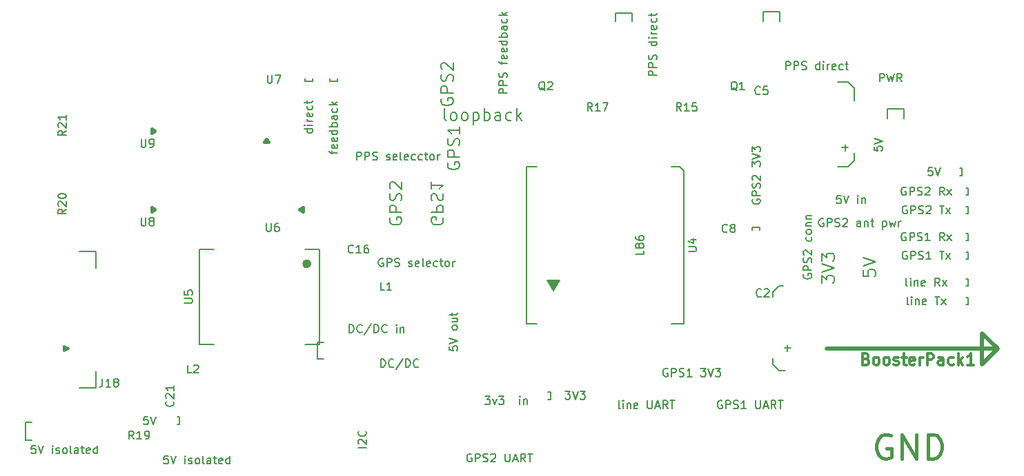
<source format=gbr>
G04 #@! TF.FileFunction,Legend,Top*
%FSLAX46Y46*%
G04 Gerber Fmt 4.6, Leading zero omitted, Abs format (unit mm)*
G04 Created by KiCad (PCBNEW 4.0.7) date 10/27/17 21:20:44*
%MOMM*%
%LPD*%
G01*
G04 APERTURE LIST*
%ADD10C,0.100000*%
%ADD11C,0.200000*%
%ADD12C,0.500000*%
%ADD13C,0.300000*%
%ADD14C,0.450000*%
%ADD15C,0.150000*%
%ADD16C,0.400000*%
%ADD17C,0.600000*%
%ADD18O,1.820000X6.320000*%
%ADD19R,3.870000X0.920000*%
%ADD20R,5.250000X0.810000*%
%ADD21C,3.620000*%
%ADD22R,4.220000X2.820000*%
%ADD23R,1.320000X3.820000*%
%ADD24R,1.670000X1.670000*%
%ADD25O,1.670000X1.670000*%
%ADD26R,3.820000X3.820000*%
%ADD27R,2.140000X2.520000*%
%ADD28R,4.320000X2.820000*%
%ADD29R,1.570000X1.320000*%
%ADD30R,1.320000X1.570000*%
%ADD31R,1.120000X1.220000*%
%ADD32R,2.610000X5.400000*%
%ADD33R,2.740000X5.400000*%
%ADD34R,2.320000X2.920000*%
%ADD35O,2.320000X2.920000*%
%ADD36O,2.240000X2.840000*%
%ADD37R,4.000000X1.590000*%
%ADD38R,3.320000X3.320000*%
%ADD39R,1.590000X4.000000*%
%ADD40C,3.320000*%
%ADD41C,2.320000*%
%ADD42R,2.020000X2.020000*%
%ADD43O,2.020000X2.020000*%
G04 APERTURE END LIST*
D10*
D11*
X207162400Y-106375200D02*
X206857600Y-106375200D01*
X207162400Y-106324400D02*
X207162400Y-106375200D01*
X207162400Y-105460800D02*
X207162400Y-106324400D01*
X206857600Y-105460800D02*
X207162400Y-105460800D01*
X207162400Y-104089200D02*
X206857600Y-104089200D01*
X207162400Y-103174800D02*
X207162400Y-104089200D01*
X206857600Y-103174800D02*
X207162400Y-103174800D01*
X207162400Y-100787200D02*
X206857600Y-100787200D01*
X207162400Y-99872800D02*
X207162400Y-100787200D01*
X206857600Y-99872800D02*
X207162400Y-99872800D01*
X207162400Y-98501200D02*
X206857600Y-98501200D01*
X207162400Y-97586800D02*
X207162400Y-98501200D01*
X206857600Y-97586800D02*
X207162400Y-97586800D01*
X207162400Y-95199200D02*
X206857600Y-95199200D01*
X207162400Y-94284800D02*
X207162400Y-95199200D01*
X206857600Y-94284800D02*
X207162400Y-94284800D01*
X207162400Y-92913200D02*
X206857600Y-92913200D01*
X207162400Y-91998800D02*
X207162400Y-92913200D01*
X206857600Y-91998800D02*
X207162400Y-91998800D01*
X180644800Y-96875600D02*
X180644800Y-97180400D01*
X181559200Y-96875600D02*
X180644800Y-96875600D01*
X181559200Y-97180400D02*
X181559200Y-96875600D01*
X206095600Y-89611200D02*
X206400400Y-89611200D01*
X206400400Y-90474800D02*
X206095600Y-90474800D01*
X206400400Y-89611200D02*
X206400400Y-90474800D01*
X192405000Y-78994000D02*
X191135000Y-78994000D01*
X193167000Y-79756000D02*
X192405000Y-78994000D01*
X193167000Y-81280000D02*
X193167000Y-79756000D01*
X183134000Y-113665000D02*
X183134000Y-112903000D01*
X183896000Y-114427000D02*
X183134000Y-113665000D01*
X184721500Y-114427000D02*
X183896000Y-114427000D01*
X193167000Y-88646000D02*
X193167000Y-87693500D01*
X192405000Y-89408000D02*
X193167000Y-88646000D01*
X191135000Y-89408000D02*
X192405000Y-89408000D01*
X199263000Y-82296000D02*
X199263000Y-83502500D01*
X197231000Y-82296000D02*
X199263000Y-82296000D01*
X197231000Y-82359500D02*
X197231000Y-82296000D01*
X197231000Y-83502500D02*
X197231000Y-82359500D01*
X165862000Y-70485000D02*
X165862000Y-71501000D01*
X163830000Y-70485000D02*
X165862000Y-70485000D01*
X163830000Y-71501000D02*
X163830000Y-70485000D01*
X184023000Y-70358000D02*
X184023000Y-71501000D01*
X183959500Y-70358000D02*
X184023000Y-70358000D01*
X181991000Y-70358000D02*
X183959500Y-70358000D01*
X181991000Y-70421500D02*
X181991000Y-70358000D01*
X181991000Y-71501000D02*
X181991000Y-70421500D01*
X183134000Y-104775000D02*
X183896000Y-104013000D01*
X183134000Y-105410000D02*
X183134000Y-104775000D01*
X183896000Y-104013000D02*
X184467500Y-104013000D01*
X155892500Y-117983000D02*
X155575000Y-117983000D01*
X155892500Y-117094000D02*
X155892500Y-117983000D01*
X155575000Y-117094000D02*
X155892500Y-117094000D01*
X127254000Y-113030000D02*
X128016000Y-113030000D01*
X127254000Y-110998000D02*
X127254000Y-113030000D01*
X128016000Y-110998000D02*
X127254000Y-110998000D01*
X128841500Y-78867000D02*
X128841500Y-78549500D01*
X129730500Y-78867000D02*
X128841500Y-78867000D01*
X129730500Y-78549500D02*
X129730500Y-78867000D01*
X125793500Y-78867000D02*
X125793500Y-78549500D01*
X126682500Y-78867000D02*
X125793500Y-78867000D01*
X126682500Y-78549500D02*
X126682500Y-78867000D01*
X91440000Y-122999500D02*
X92202000Y-122999500D01*
X91440000Y-120840500D02*
X91440000Y-122999500D01*
X92202000Y-120840500D02*
X91440000Y-120840500D01*
X110363000Y-120142000D02*
X110109000Y-120142000D01*
X110363000Y-121094500D02*
X110109000Y-121094500D01*
X110363000Y-120142000D02*
X110363000Y-121094500D01*
X143109715Y-83736571D02*
X142966857Y-83665143D01*
X142895429Y-83522286D01*
X142895429Y-82236571D01*
X143895429Y-83736571D02*
X143752571Y-83665143D01*
X143681143Y-83593714D01*
X143609714Y-83450857D01*
X143609714Y-83022286D01*
X143681143Y-82879429D01*
X143752571Y-82808000D01*
X143895429Y-82736571D01*
X144109714Y-82736571D01*
X144252571Y-82808000D01*
X144324000Y-82879429D01*
X144395429Y-83022286D01*
X144395429Y-83450857D01*
X144324000Y-83593714D01*
X144252571Y-83665143D01*
X144109714Y-83736571D01*
X143895429Y-83736571D01*
X145252572Y-83736571D02*
X145109714Y-83665143D01*
X145038286Y-83593714D01*
X144966857Y-83450857D01*
X144966857Y-83022286D01*
X145038286Y-82879429D01*
X145109714Y-82808000D01*
X145252572Y-82736571D01*
X145466857Y-82736571D01*
X145609714Y-82808000D01*
X145681143Y-82879429D01*
X145752572Y-83022286D01*
X145752572Y-83450857D01*
X145681143Y-83593714D01*
X145609714Y-83665143D01*
X145466857Y-83736571D01*
X145252572Y-83736571D01*
X146395429Y-82736571D02*
X146395429Y-84236571D01*
X146395429Y-82808000D02*
X146538286Y-82736571D01*
X146824000Y-82736571D01*
X146966857Y-82808000D01*
X147038286Y-82879429D01*
X147109715Y-83022286D01*
X147109715Y-83450857D01*
X147038286Y-83593714D01*
X146966857Y-83665143D01*
X146824000Y-83736571D01*
X146538286Y-83736571D01*
X146395429Y-83665143D01*
X147752572Y-83736571D02*
X147752572Y-82236571D01*
X147752572Y-82808000D02*
X147895429Y-82736571D01*
X148181143Y-82736571D01*
X148324000Y-82808000D01*
X148395429Y-82879429D01*
X148466858Y-83022286D01*
X148466858Y-83450857D01*
X148395429Y-83593714D01*
X148324000Y-83665143D01*
X148181143Y-83736571D01*
X147895429Y-83736571D01*
X147752572Y-83665143D01*
X149752572Y-83736571D02*
X149752572Y-82950857D01*
X149681143Y-82808000D01*
X149538286Y-82736571D01*
X149252572Y-82736571D01*
X149109715Y-82808000D01*
X149752572Y-83665143D02*
X149609715Y-83736571D01*
X149252572Y-83736571D01*
X149109715Y-83665143D01*
X149038286Y-83522286D01*
X149038286Y-83379429D01*
X149109715Y-83236571D01*
X149252572Y-83165143D01*
X149609715Y-83165143D01*
X149752572Y-83093714D01*
X151109715Y-83665143D02*
X150966858Y-83736571D01*
X150681144Y-83736571D01*
X150538286Y-83665143D01*
X150466858Y-83593714D01*
X150395429Y-83450857D01*
X150395429Y-83022286D01*
X150466858Y-82879429D01*
X150538286Y-82808000D01*
X150681144Y-82736571D01*
X150966858Y-82736571D01*
X151109715Y-82808000D01*
X151752572Y-83736571D02*
X151752572Y-82236571D01*
X151895429Y-83165143D02*
X152324000Y-83736571D01*
X152324000Y-82736571D02*
X151752572Y-83308000D01*
X142506000Y-81033714D02*
X142434571Y-81176571D01*
X142434571Y-81390857D01*
X142506000Y-81605142D01*
X142648857Y-81748000D01*
X142791714Y-81819428D01*
X143077429Y-81890857D01*
X143291714Y-81890857D01*
X143577429Y-81819428D01*
X143720286Y-81748000D01*
X143863143Y-81605142D01*
X143934571Y-81390857D01*
X143934571Y-81248000D01*
X143863143Y-81033714D01*
X143791714Y-80962285D01*
X143291714Y-80962285D01*
X143291714Y-81248000D01*
X143934571Y-80319428D02*
X142434571Y-80319428D01*
X142434571Y-79748000D01*
X142506000Y-79605142D01*
X142577429Y-79533714D01*
X142720286Y-79462285D01*
X142934571Y-79462285D01*
X143077429Y-79533714D01*
X143148857Y-79605142D01*
X143220286Y-79748000D01*
X143220286Y-80319428D01*
X143863143Y-78890857D02*
X143934571Y-78676571D01*
X143934571Y-78319428D01*
X143863143Y-78176571D01*
X143791714Y-78105142D01*
X143648857Y-78033714D01*
X143506000Y-78033714D01*
X143363143Y-78105142D01*
X143291714Y-78176571D01*
X143220286Y-78319428D01*
X143148857Y-78605142D01*
X143077429Y-78748000D01*
X143006000Y-78819428D01*
X142863143Y-78890857D01*
X142720286Y-78890857D01*
X142577429Y-78819428D01*
X142506000Y-78748000D01*
X142434571Y-78605142D01*
X142434571Y-78248000D01*
X142506000Y-78033714D01*
X142577429Y-77462286D02*
X142506000Y-77390857D01*
X142434571Y-77248000D01*
X142434571Y-76890857D01*
X142506000Y-76748000D01*
X142577429Y-76676571D01*
X142720286Y-76605143D01*
X142863143Y-76605143D01*
X143077429Y-76676571D01*
X143934571Y-77533714D01*
X143934571Y-76605143D01*
X143331500Y-88907714D02*
X143260071Y-89050571D01*
X143260071Y-89264857D01*
X143331500Y-89479142D01*
X143474357Y-89622000D01*
X143617214Y-89693428D01*
X143902929Y-89764857D01*
X144117214Y-89764857D01*
X144402929Y-89693428D01*
X144545786Y-89622000D01*
X144688643Y-89479142D01*
X144760071Y-89264857D01*
X144760071Y-89122000D01*
X144688643Y-88907714D01*
X144617214Y-88836285D01*
X144117214Y-88836285D01*
X144117214Y-89122000D01*
X144760071Y-88193428D02*
X143260071Y-88193428D01*
X143260071Y-87622000D01*
X143331500Y-87479142D01*
X143402929Y-87407714D01*
X143545786Y-87336285D01*
X143760071Y-87336285D01*
X143902929Y-87407714D01*
X143974357Y-87479142D01*
X144045786Y-87622000D01*
X144045786Y-88193428D01*
X144688643Y-86764857D02*
X144760071Y-86550571D01*
X144760071Y-86193428D01*
X144688643Y-86050571D01*
X144617214Y-85979142D01*
X144474357Y-85907714D01*
X144331500Y-85907714D01*
X144188643Y-85979142D01*
X144117214Y-86050571D01*
X144045786Y-86193428D01*
X143974357Y-86479142D01*
X143902929Y-86622000D01*
X143831500Y-86693428D01*
X143688643Y-86764857D01*
X143545786Y-86764857D01*
X143402929Y-86693428D01*
X143331500Y-86622000D01*
X143260071Y-86479142D01*
X143260071Y-86122000D01*
X143331500Y-85907714D01*
X144760071Y-84479143D02*
X144760071Y-85336286D01*
X144760071Y-84907714D02*
X143260071Y-84907714D01*
X143474357Y-85050571D01*
X143617214Y-85193429D01*
X143688643Y-85336286D01*
D12*
X210756500Y-111760000D02*
X189801500Y-111760000D01*
X208851500Y-113665000D02*
X210756500Y-111760000D01*
X208851500Y-109855000D02*
X208851500Y-113665000D01*
X210756500Y-111760000D02*
X208851500Y-109855000D01*
D13*
X194631467Y-113031600D02*
X194831467Y-113098267D01*
X194898134Y-113164933D01*
X194964800Y-113298267D01*
X194964800Y-113498267D01*
X194898134Y-113631600D01*
X194831467Y-113698267D01*
X194698134Y-113764933D01*
X194164800Y-113764933D01*
X194164800Y-112364933D01*
X194631467Y-112364933D01*
X194764800Y-112431600D01*
X194831467Y-112498267D01*
X194898134Y-112631600D01*
X194898134Y-112764933D01*
X194831467Y-112898267D01*
X194764800Y-112964933D01*
X194631467Y-113031600D01*
X194164800Y-113031600D01*
X195764800Y-113764933D02*
X195631467Y-113698267D01*
X195564800Y-113631600D01*
X195498134Y-113498267D01*
X195498134Y-113098267D01*
X195564800Y-112964933D01*
X195631467Y-112898267D01*
X195764800Y-112831600D01*
X195964800Y-112831600D01*
X196098134Y-112898267D01*
X196164800Y-112964933D01*
X196231467Y-113098267D01*
X196231467Y-113498267D01*
X196164800Y-113631600D01*
X196098134Y-113698267D01*
X195964800Y-113764933D01*
X195764800Y-113764933D01*
X197031467Y-113764933D02*
X196898134Y-113698267D01*
X196831467Y-113631600D01*
X196764801Y-113498267D01*
X196764801Y-113098267D01*
X196831467Y-112964933D01*
X196898134Y-112898267D01*
X197031467Y-112831600D01*
X197231467Y-112831600D01*
X197364801Y-112898267D01*
X197431467Y-112964933D01*
X197498134Y-113098267D01*
X197498134Y-113498267D01*
X197431467Y-113631600D01*
X197364801Y-113698267D01*
X197231467Y-113764933D01*
X197031467Y-113764933D01*
X198031468Y-113698267D02*
X198164801Y-113764933D01*
X198431468Y-113764933D01*
X198564801Y-113698267D01*
X198631468Y-113564933D01*
X198631468Y-113498267D01*
X198564801Y-113364933D01*
X198431468Y-113298267D01*
X198231468Y-113298267D01*
X198098134Y-113231600D01*
X198031468Y-113098267D01*
X198031468Y-113031600D01*
X198098134Y-112898267D01*
X198231468Y-112831600D01*
X198431468Y-112831600D01*
X198564801Y-112898267D01*
X199031467Y-112831600D02*
X199564801Y-112831600D01*
X199231467Y-112364933D02*
X199231467Y-113564933D01*
X199298134Y-113698267D01*
X199431467Y-113764933D01*
X199564801Y-113764933D01*
X200564801Y-113698267D02*
X200431467Y-113764933D01*
X200164801Y-113764933D01*
X200031467Y-113698267D01*
X199964801Y-113564933D01*
X199964801Y-113031600D01*
X200031467Y-112898267D01*
X200164801Y-112831600D01*
X200431467Y-112831600D01*
X200564801Y-112898267D01*
X200631467Y-113031600D01*
X200631467Y-113164933D01*
X199964801Y-113298267D01*
X201231467Y-113764933D02*
X201231467Y-112831600D01*
X201231467Y-113098267D02*
X201298134Y-112964933D01*
X201364801Y-112898267D01*
X201498134Y-112831600D01*
X201631467Y-112831600D01*
X202098134Y-113764933D02*
X202098134Y-112364933D01*
X202631468Y-112364933D01*
X202764801Y-112431600D01*
X202831468Y-112498267D01*
X202898134Y-112631600D01*
X202898134Y-112831600D01*
X202831468Y-112964933D01*
X202764801Y-113031600D01*
X202631468Y-113098267D01*
X202098134Y-113098267D01*
X204098134Y-113764933D02*
X204098134Y-113031600D01*
X204031468Y-112898267D01*
X203898134Y-112831600D01*
X203631468Y-112831600D01*
X203498134Y-112898267D01*
X204098134Y-113698267D02*
X203964801Y-113764933D01*
X203631468Y-113764933D01*
X203498134Y-113698267D01*
X203431468Y-113564933D01*
X203431468Y-113431600D01*
X203498134Y-113298267D01*
X203631468Y-113231600D01*
X203964801Y-113231600D01*
X204098134Y-113164933D01*
X205364801Y-113698267D02*
X205231468Y-113764933D01*
X204964801Y-113764933D01*
X204831468Y-113698267D01*
X204764801Y-113631600D01*
X204698135Y-113498267D01*
X204698135Y-113098267D01*
X204764801Y-112964933D01*
X204831468Y-112898267D01*
X204964801Y-112831600D01*
X205231468Y-112831600D01*
X205364801Y-112898267D01*
X205964801Y-113764933D02*
X205964801Y-112364933D01*
X206098135Y-113231600D02*
X206498135Y-113764933D01*
X206498135Y-112831600D02*
X205964801Y-113364933D01*
X207831468Y-113764933D02*
X207031468Y-113764933D01*
X207431468Y-113764933D02*
X207431468Y-112364933D01*
X207298134Y-112564933D01*
X207164801Y-112698267D01*
X207031468Y-112764933D01*
D11*
X189170571Y-103685742D02*
X189170571Y-102757171D01*
X189742000Y-103257171D01*
X189742000Y-103042885D01*
X189813429Y-102900028D01*
X189884857Y-102828599D01*
X190027714Y-102757171D01*
X190384857Y-102757171D01*
X190527714Y-102828599D01*
X190599143Y-102900028D01*
X190670571Y-103042885D01*
X190670571Y-103471457D01*
X190599143Y-103614314D01*
X190527714Y-103685742D01*
X189170571Y-102328600D02*
X190670571Y-101828600D01*
X189170571Y-101328600D01*
X189170571Y-100971457D02*
X189170571Y-100042886D01*
X189742000Y-100542886D01*
X189742000Y-100328600D01*
X189813429Y-100185743D01*
X189884857Y-100114314D01*
X190027714Y-100042886D01*
X190384857Y-100042886D01*
X190527714Y-100114314D01*
X190599143Y-100185743D01*
X190670571Y-100328600D01*
X190670571Y-100757172D01*
X190599143Y-100900029D01*
X190527714Y-100971457D01*
X194250571Y-102114313D02*
X194250571Y-102828599D01*
X194964857Y-102900028D01*
X194893429Y-102828599D01*
X194822000Y-102685742D01*
X194822000Y-102328599D01*
X194893429Y-102185742D01*
X194964857Y-102114313D01*
X195107714Y-102042885D01*
X195464857Y-102042885D01*
X195607714Y-102114313D01*
X195679143Y-102185742D01*
X195750571Y-102328599D01*
X195750571Y-102685742D01*
X195679143Y-102828599D01*
X195607714Y-102900028D01*
X194250571Y-101614314D02*
X195750571Y-101114314D01*
X194250571Y-100614314D01*
X136219500Y-95702214D02*
X136148071Y-95845071D01*
X136148071Y-96059357D01*
X136219500Y-96273642D01*
X136362357Y-96416500D01*
X136505214Y-96487928D01*
X136790929Y-96559357D01*
X137005214Y-96559357D01*
X137290929Y-96487928D01*
X137433786Y-96416500D01*
X137576643Y-96273642D01*
X137648071Y-96059357D01*
X137648071Y-95916500D01*
X137576643Y-95702214D01*
X137505214Y-95630785D01*
X137005214Y-95630785D01*
X137005214Y-95916500D01*
X137648071Y-94987928D02*
X136148071Y-94987928D01*
X136148071Y-94416500D01*
X136219500Y-94273642D01*
X136290929Y-94202214D01*
X136433786Y-94130785D01*
X136648071Y-94130785D01*
X136790929Y-94202214D01*
X136862357Y-94273642D01*
X136933786Y-94416500D01*
X136933786Y-94987928D01*
X137576643Y-93559357D02*
X137648071Y-93345071D01*
X137648071Y-92987928D01*
X137576643Y-92845071D01*
X137505214Y-92773642D01*
X137362357Y-92702214D01*
X137219500Y-92702214D01*
X137076643Y-92773642D01*
X137005214Y-92845071D01*
X136933786Y-92987928D01*
X136862357Y-93273642D01*
X136790929Y-93416500D01*
X136719500Y-93487928D01*
X136576643Y-93559357D01*
X136433786Y-93559357D01*
X136290929Y-93487928D01*
X136219500Y-93416500D01*
X136148071Y-93273642D01*
X136148071Y-92916500D01*
X136219500Y-92702214D01*
X136290929Y-92130786D02*
X136219500Y-92059357D01*
X136148071Y-91916500D01*
X136148071Y-91559357D01*
X136219500Y-91416500D01*
X136290929Y-91345071D01*
X136433786Y-91273643D01*
X136576643Y-91273643D01*
X136790929Y-91345071D01*
X137648071Y-92202214D01*
X137648071Y-91273643D01*
X142672500Y-95702214D02*
X142743929Y-95845071D01*
X142743929Y-96059357D01*
X142672500Y-96273642D01*
X142529643Y-96416500D01*
X142386786Y-96487928D01*
X142101071Y-96559357D01*
X141886786Y-96559357D01*
X141601071Y-96487928D01*
X141458214Y-96416500D01*
X141315357Y-96273642D01*
X141243929Y-96059357D01*
X141243929Y-95916500D01*
X141315357Y-95702214D01*
X141386786Y-95630785D01*
X141886786Y-95630785D01*
X141886786Y-95916500D01*
X141243929Y-94987928D02*
X142743929Y-94987928D01*
X142743929Y-94416500D01*
X142672500Y-94273642D01*
X142601071Y-94202214D01*
X142458214Y-94130785D01*
X142243929Y-94130785D01*
X142101071Y-94202214D01*
X142029643Y-94273642D01*
X141958214Y-94416500D01*
X141958214Y-94987928D01*
X141315357Y-93559357D02*
X141243929Y-93345071D01*
X141243929Y-92987928D01*
X141315357Y-92845071D01*
X141386786Y-92773642D01*
X141529643Y-92702214D01*
X141672500Y-92702214D01*
X141815357Y-92773642D01*
X141886786Y-92845071D01*
X141958214Y-92987928D01*
X142029643Y-93273642D01*
X142101071Y-93416500D01*
X142172500Y-93487928D01*
X142315357Y-93559357D01*
X142458214Y-93559357D01*
X142601071Y-93487928D01*
X142672500Y-93416500D01*
X142743929Y-93273642D01*
X142743929Y-92916500D01*
X142672500Y-92702214D01*
X141243929Y-91273643D02*
X141243929Y-92130786D01*
X141243929Y-91702214D02*
X142743929Y-91702214D01*
X142529643Y-91845071D01*
X142386786Y-91987929D01*
X142315357Y-92130786D01*
D13*
X155702000Y-103505000D02*
X156210000Y-104394000D01*
X156210000Y-104394000D02*
X156718000Y-103505000D01*
D14*
X155956000Y-103632000D02*
X156210000Y-104140000D01*
X156210000Y-104140000D02*
X156464000Y-103632000D01*
X156464000Y-103632000D02*
X155956000Y-103632000D01*
D15*
X156972000Y-103378000D02*
X155448000Y-103378000D01*
X155448000Y-103378000D02*
X156210000Y-104648000D01*
X156210000Y-104648000D02*
X156972000Y-103378000D01*
D11*
X170688000Y-89408000D02*
X171704000Y-89408000D01*
X172212000Y-90932000D02*
X172212000Y-89916000D01*
X172212000Y-89916000D02*
X171704000Y-89408000D01*
X152908000Y-89408000D02*
X154178000Y-89408000D01*
X152908000Y-89408000D02*
X152908000Y-108712000D01*
X152908000Y-108712000D02*
X154178000Y-108712000D01*
X172212000Y-90932000D02*
X172212000Y-108712000D01*
X172212000Y-108712000D02*
X170688000Y-108712000D01*
D16*
X121031000Y-85979000D02*
X121285000Y-86360000D01*
X121285000Y-86360000D02*
X120777000Y-86360000D01*
X120777000Y-86360000D02*
X121031000Y-85979000D01*
X121031000Y-85979000D02*
X121031000Y-86233000D01*
X125095000Y-94615000D02*
X125476000Y-94869000D01*
X125476000Y-94869000D02*
X125476000Y-94361000D01*
X125476000Y-94361000D02*
X125095000Y-94615000D01*
X125095000Y-94615000D02*
X125349000Y-94615000D01*
D15*
X96443800Y-111760000D02*
X96189800Y-111760000D01*
D13*
X96697800Y-111760000D02*
X96189800Y-111506000D01*
X96189800Y-111506000D02*
X96189800Y-112014000D01*
X96189800Y-112014000D02*
X96697800Y-111760000D01*
D11*
X100076000Y-116586000D02*
X100076000Y-114554000D01*
X100076000Y-116586000D02*
X98044000Y-116586000D01*
X98044000Y-99822000D02*
X100076000Y-99822000D01*
X100076000Y-99822000D02*
X100076000Y-101854000D01*
D15*
X126238000Y-101346000D02*
X125730000Y-101346000D01*
D17*
X126238000Y-101346000D02*
G75*
G03X126238000Y-101346000I-254000J0D01*
G01*
D11*
X127508000Y-109474000D02*
X127508000Y-101346000D01*
X112776000Y-109474000D02*
X112776000Y-101092000D01*
X127508000Y-111252000D02*
X127508000Y-109474000D01*
X127508000Y-111252000D02*
X125730000Y-111252000D01*
X127508000Y-99568000D02*
X127508000Y-101346000D01*
X127508000Y-99568000D02*
X125730000Y-99568000D01*
X112776000Y-99568000D02*
X114554000Y-99568000D01*
X112776000Y-99568000D02*
X112776000Y-101346000D01*
X114554000Y-111252000D02*
X112776000Y-111252000D01*
X112776000Y-111252000D02*
X112776000Y-109474000D01*
D16*
X107315000Y-84963000D02*
X106934000Y-85217000D01*
X106934000Y-85217000D02*
X106934000Y-84709000D01*
X106934000Y-84709000D02*
X107315000Y-84963000D01*
X107315000Y-84963000D02*
X107061000Y-84963000D01*
X107315000Y-94615000D02*
X106934000Y-94869000D01*
X106934000Y-94869000D02*
X106934000Y-94361000D01*
X106934000Y-94361000D02*
X107315000Y-94615000D01*
X107315000Y-94615000D02*
X107061000Y-94615000D01*
D11*
X172807381Y-99821905D02*
X173616905Y-99821905D01*
X173712143Y-99774286D01*
X173759762Y-99726667D01*
X173807381Y-99631429D01*
X173807381Y-99440952D01*
X173759762Y-99345714D01*
X173712143Y-99298095D01*
X173616905Y-99250476D01*
X172807381Y-99250476D01*
X173140714Y-98345714D02*
X173807381Y-98345714D01*
X172759762Y-98583810D02*
X173474048Y-98821905D01*
X173474048Y-98202857D01*
X167330381Y-99702857D02*
X167330381Y-100179048D01*
X166330381Y-100179048D01*
X166758952Y-99226667D02*
X166711333Y-99321905D01*
X166663714Y-99369524D01*
X166568476Y-99417143D01*
X166520857Y-99417143D01*
X166425619Y-99369524D01*
X166378000Y-99321905D01*
X166330381Y-99226667D01*
X166330381Y-99036190D01*
X166378000Y-98940952D01*
X166425619Y-98893333D01*
X166520857Y-98845714D01*
X166568476Y-98845714D01*
X166663714Y-98893333D01*
X166711333Y-98940952D01*
X166758952Y-99036190D01*
X166758952Y-99226667D01*
X166806571Y-99321905D01*
X166854190Y-99369524D01*
X166949429Y-99417143D01*
X167139905Y-99417143D01*
X167235143Y-99369524D01*
X167282762Y-99321905D01*
X167330381Y-99226667D01*
X167330381Y-99036190D01*
X167282762Y-98940952D01*
X167235143Y-98893333D01*
X167139905Y-98845714D01*
X166949429Y-98845714D01*
X166854190Y-98893333D01*
X166806571Y-98940952D01*
X166758952Y-99036190D01*
X166330381Y-97988571D02*
X166330381Y-98179048D01*
X166378000Y-98274286D01*
X166425619Y-98321905D01*
X166568476Y-98417143D01*
X166758952Y-98464762D01*
X167139905Y-98464762D01*
X167235143Y-98417143D01*
X167282762Y-98369524D01*
X167330381Y-98274286D01*
X167330381Y-98083809D01*
X167282762Y-97988571D01*
X167235143Y-97940952D01*
X167139905Y-97893333D01*
X166901810Y-97893333D01*
X166806571Y-97940952D01*
X166758952Y-97988571D01*
X166711333Y-98083809D01*
X166711333Y-98274286D01*
X166758952Y-98369524D01*
X166806571Y-98417143D01*
X166901810Y-98464762D01*
X121158095Y-78128881D02*
X121158095Y-78938405D01*
X121205714Y-79033643D01*
X121253333Y-79081262D01*
X121348571Y-79128881D01*
X121539048Y-79128881D01*
X121634286Y-79081262D01*
X121681905Y-79033643D01*
X121729524Y-78938405D01*
X121729524Y-78128881D01*
X122110476Y-78128881D02*
X122777143Y-78128881D01*
X122348571Y-79128881D01*
X121031095Y-96353381D02*
X121031095Y-97162905D01*
X121078714Y-97258143D01*
X121126333Y-97305762D01*
X121221571Y-97353381D01*
X121412048Y-97353381D01*
X121507286Y-97305762D01*
X121554905Y-97258143D01*
X121602524Y-97162905D01*
X121602524Y-96353381D01*
X122507286Y-96353381D02*
X122316809Y-96353381D01*
X122221571Y-96401000D01*
X122173952Y-96448619D01*
X122078714Y-96591476D01*
X122031095Y-96781952D01*
X122031095Y-97162905D01*
X122078714Y-97258143D01*
X122126333Y-97305762D01*
X122221571Y-97353381D01*
X122412048Y-97353381D01*
X122507286Y-97305762D01*
X122554905Y-97258143D01*
X122602524Y-97162905D01*
X122602524Y-96924810D01*
X122554905Y-96829571D01*
X122507286Y-96781952D01*
X122412048Y-96734333D01*
X122221571Y-96734333D01*
X122126333Y-96781952D01*
X122078714Y-96829571D01*
X122031095Y-96924810D01*
X100917477Y-115466881D02*
X100917477Y-116181167D01*
X100869857Y-116324024D01*
X100774619Y-116419262D01*
X100631762Y-116466881D01*
X100536524Y-116466881D01*
X101917477Y-116466881D02*
X101346048Y-116466881D01*
X101631762Y-116466881D02*
X101631762Y-115466881D01*
X101536524Y-115609738D01*
X101441286Y-115704976D01*
X101346048Y-115752595D01*
X102488905Y-115895452D02*
X102393667Y-115847833D01*
X102346048Y-115800214D01*
X102298429Y-115704976D01*
X102298429Y-115657357D01*
X102346048Y-115562119D01*
X102393667Y-115514500D01*
X102488905Y-115466881D01*
X102679382Y-115466881D01*
X102774620Y-115514500D01*
X102822239Y-115562119D01*
X102869858Y-115657357D01*
X102869858Y-115704976D01*
X102822239Y-115800214D01*
X102774620Y-115847833D01*
X102679382Y-115895452D01*
X102488905Y-115895452D01*
X102393667Y-115943071D01*
X102346048Y-115990690D01*
X102298429Y-116085929D01*
X102298429Y-116276405D01*
X102346048Y-116371643D01*
X102393667Y-116419262D01*
X102488905Y-116466881D01*
X102679382Y-116466881D01*
X102774620Y-116419262D01*
X102822239Y-116371643D01*
X102869858Y-116276405D01*
X102869858Y-116085929D01*
X102822239Y-115990690D01*
X102774620Y-115943071D01*
X102679382Y-115895452D01*
X110958381Y-106171905D02*
X111767905Y-106171905D01*
X111863143Y-106124286D01*
X111910762Y-106076667D01*
X111958381Y-105981429D01*
X111958381Y-105790952D01*
X111910762Y-105695714D01*
X111863143Y-105648095D01*
X111767905Y-105600476D01*
X110958381Y-105600476D01*
X110958381Y-104648095D02*
X110958381Y-105124286D01*
X111434571Y-105171905D01*
X111386952Y-105124286D01*
X111339333Y-105029048D01*
X111339333Y-104790952D01*
X111386952Y-104695714D01*
X111434571Y-104648095D01*
X111529810Y-104600476D01*
X111767905Y-104600476D01*
X111863143Y-104648095D01*
X111910762Y-104695714D01*
X111958381Y-104790952D01*
X111958381Y-105029048D01*
X111910762Y-105124286D01*
X111863143Y-105171905D01*
X186977400Y-102620343D02*
X186929781Y-102715581D01*
X186929781Y-102858438D01*
X186977400Y-103001296D01*
X187072638Y-103096534D01*
X187167876Y-103144153D01*
X187358352Y-103191772D01*
X187501210Y-103191772D01*
X187691686Y-103144153D01*
X187786924Y-103096534D01*
X187882162Y-103001296D01*
X187929781Y-102858438D01*
X187929781Y-102763200D01*
X187882162Y-102620343D01*
X187834543Y-102572724D01*
X187501210Y-102572724D01*
X187501210Y-102763200D01*
X187929781Y-102144153D02*
X186929781Y-102144153D01*
X186929781Y-101763200D01*
X186977400Y-101667962D01*
X187025019Y-101620343D01*
X187120257Y-101572724D01*
X187263114Y-101572724D01*
X187358352Y-101620343D01*
X187405971Y-101667962D01*
X187453590Y-101763200D01*
X187453590Y-102144153D01*
X187882162Y-101191772D02*
X187929781Y-101048915D01*
X187929781Y-100810819D01*
X187882162Y-100715581D01*
X187834543Y-100667962D01*
X187739305Y-100620343D01*
X187644067Y-100620343D01*
X187548829Y-100667962D01*
X187501210Y-100715581D01*
X187453590Y-100810819D01*
X187405971Y-101001296D01*
X187358352Y-101096534D01*
X187310733Y-101144153D01*
X187215495Y-101191772D01*
X187120257Y-101191772D01*
X187025019Y-101144153D01*
X186977400Y-101096534D01*
X186929781Y-101001296D01*
X186929781Y-100763200D01*
X186977400Y-100620343D01*
X187025019Y-100239391D02*
X186977400Y-100191772D01*
X186929781Y-100096534D01*
X186929781Y-99858438D01*
X186977400Y-99763200D01*
X187025019Y-99715581D01*
X187120257Y-99667962D01*
X187215495Y-99667962D01*
X187358352Y-99715581D01*
X187929781Y-100287010D01*
X187929781Y-99667962D01*
X187882162Y-98048914D02*
X187929781Y-98144152D01*
X187929781Y-98334629D01*
X187882162Y-98429867D01*
X187834543Y-98477486D01*
X187739305Y-98525105D01*
X187453590Y-98525105D01*
X187358352Y-98477486D01*
X187310733Y-98429867D01*
X187263114Y-98334629D01*
X187263114Y-98144152D01*
X187310733Y-98048914D01*
X187929781Y-97477486D02*
X187882162Y-97572724D01*
X187834543Y-97620343D01*
X187739305Y-97667962D01*
X187453590Y-97667962D01*
X187358352Y-97620343D01*
X187310733Y-97572724D01*
X187263114Y-97477486D01*
X187263114Y-97334628D01*
X187310733Y-97239390D01*
X187358352Y-97191771D01*
X187453590Y-97144152D01*
X187739305Y-97144152D01*
X187834543Y-97191771D01*
X187882162Y-97239390D01*
X187929781Y-97334628D01*
X187929781Y-97477486D01*
X187263114Y-96715581D02*
X187929781Y-96715581D01*
X187358352Y-96715581D02*
X187310733Y-96667962D01*
X187263114Y-96572724D01*
X187263114Y-96429866D01*
X187310733Y-96334628D01*
X187405971Y-96287009D01*
X187929781Y-96287009D01*
X187263114Y-95810819D02*
X187929781Y-95810819D01*
X187358352Y-95810819D02*
X187310733Y-95763200D01*
X187263114Y-95667962D01*
X187263114Y-95525104D01*
X187310733Y-95429866D01*
X187405971Y-95382247D01*
X187929781Y-95382247D01*
X135532834Y-104592381D02*
X135056643Y-104592381D01*
X135056643Y-103592381D01*
X136389977Y-104592381D02*
X135818548Y-104592381D01*
X136104262Y-104592381D02*
X136104262Y-103592381D01*
X136009024Y-103735238D01*
X135913786Y-103830476D01*
X135818548Y-103878095D01*
X181760834Y-105322643D02*
X181713215Y-105370262D01*
X181570358Y-105417881D01*
X181475120Y-105417881D01*
X181332262Y-105370262D01*
X181237024Y-105275024D01*
X181189405Y-105179786D01*
X181141786Y-104989310D01*
X181141786Y-104846452D01*
X181189405Y-104655976D01*
X181237024Y-104560738D01*
X181332262Y-104465500D01*
X181475120Y-104417881D01*
X181570358Y-104417881D01*
X181713215Y-104465500D01*
X181760834Y-104513119D01*
X182141786Y-104513119D02*
X182189405Y-104465500D01*
X182284643Y-104417881D01*
X182522739Y-104417881D01*
X182617977Y-104465500D01*
X182665596Y-104513119D01*
X182713215Y-104608357D01*
X182713215Y-104703595D01*
X182665596Y-104846452D01*
X182094167Y-105417881D01*
X182713215Y-105417881D01*
X184594548Y-111704429D02*
X185356453Y-111704429D01*
X184975501Y-112085381D02*
X184975501Y-111323476D01*
X177582534Y-97385143D02*
X177534915Y-97432762D01*
X177392058Y-97480381D01*
X177296820Y-97480381D01*
X177153962Y-97432762D01*
X177058724Y-97337524D01*
X177011105Y-97242286D01*
X176963486Y-97051810D01*
X176963486Y-96908952D01*
X177011105Y-96718476D01*
X177058724Y-96623238D01*
X177153962Y-96528000D01*
X177296820Y-96480381D01*
X177392058Y-96480381D01*
X177534915Y-96528000D01*
X177582534Y-96575619D01*
X178153962Y-96908952D02*
X178058724Y-96861333D01*
X178011105Y-96813714D01*
X177963486Y-96718476D01*
X177963486Y-96670857D01*
X178011105Y-96575619D01*
X178058724Y-96528000D01*
X178153962Y-96480381D01*
X178344439Y-96480381D01*
X178439677Y-96528000D01*
X178487296Y-96575619D01*
X178534915Y-96670857D01*
X178534915Y-96718476D01*
X178487296Y-96813714D01*
X178439677Y-96861333D01*
X178344439Y-96908952D01*
X178153962Y-96908952D01*
X178058724Y-96956571D01*
X178011105Y-97004190D01*
X177963486Y-97099429D01*
X177963486Y-97289905D01*
X178011105Y-97385143D01*
X178058724Y-97432762D01*
X178153962Y-97480381D01*
X178344439Y-97480381D01*
X178439677Y-97432762D01*
X178487296Y-97385143D01*
X178534915Y-97289905D01*
X178534915Y-97099429D01*
X178487296Y-97004190D01*
X178439677Y-96956571D01*
X178344439Y-96908952D01*
X131691143Y-99925143D02*
X131643524Y-99972762D01*
X131500667Y-100020381D01*
X131405429Y-100020381D01*
X131262571Y-99972762D01*
X131167333Y-99877524D01*
X131119714Y-99782286D01*
X131072095Y-99591810D01*
X131072095Y-99448952D01*
X131119714Y-99258476D01*
X131167333Y-99163238D01*
X131262571Y-99068000D01*
X131405429Y-99020381D01*
X131500667Y-99020381D01*
X131643524Y-99068000D01*
X131691143Y-99115619D01*
X132643524Y-100020381D02*
X132072095Y-100020381D01*
X132357809Y-100020381D02*
X132357809Y-99020381D01*
X132262571Y-99163238D01*
X132167333Y-99258476D01*
X132072095Y-99306095D01*
X133500667Y-99020381D02*
X133310190Y-99020381D01*
X133214952Y-99068000D01*
X133167333Y-99115619D01*
X133072095Y-99258476D01*
X133024476Y-99448952D01*
X133024476Y-99829905D01*
X133072095Y-99925143D01*
X133119714Y-99972762D01*
X133214952Y-100020381D01*
X133405429Y-100020381D01*
X133500667Y-99972762D01*
X133548286Y-99925143D01*
X133595905Y-99829905D01*
X133595905Y-99591810D01*
X133548286Y-99496571D01*
X133500667Y-99448952D01*
X133405429Y-99401333D01*
X133214952Y-99401333D01*
X133119714Y-99448952D01*
X133072095Y-99496571D01*
X133024476Y-99591810D01*
X109577143Y-118244857D02*
X109624762Y-118292476D01*
X109672381Y-118435333D01*
X109672381Y-118530571D01*
X109624762Y-118673429D01*
X109529524Y-118768667D01*
X109434286Y-118816286D01*
X109243810Y-118863905D01*
X109100952Y-118863905D01*
X108910476Y-118816286D01*
X108815238Y-118768667D01*
X108720000Y-118673429D01*
X108672381Y-118530571D01*
X108672381Y-118435333D01*
X108720000Y-118292476D01*
X108767619Y-118244857D01*
X108767619Y-117863905D02*
X108720000Y-117816286D01*
X108672381Y-117721048D01*
X108672381Y-117482952D01*
X108720000Y-117387714D01*
X108767619Y-117340095D01*
X108862857Y-117292476D01*
X108958095Y-117292476D01*
X109100952Y-117340095D01*
X109672381Y-117911524D01*
X109672381Y-117292476D01*
X109672381Y-116340095D02*
X109672381Y-116911524D01*
X109672381Y-116625810D02*
X108672381Y-116625810D01*
X108815238Y-116721048D01*
X108910476Y-116816286D01*
X108958095Y-116911524D01*
X126690381Y-84788190D02*
X125690381Y-84788190D01*
X126642762Y-84788190D02*
X126690381Y-84883428D01*
X126690381Y-85073905D01*
X126642762Y-85169143D01*
X126595143Y-85216762D01*
X126499905Y-85264381D01*
X126214190Y-85264381D01*
X126118952Y-85216762D01*
X126071333Y-85169143D01*
X126023714Y-85073905D01*
X126023714Y-84883428D01*
X126071333Y-84788190D01*
X126690381Y-84312000D02*
X126023714Y-84312000D01*
X125690381Y-84312000D02*
X125738000Y-84359619D01*
X125785619Y-84312000D01*
X125738000Y-84264381D01*
X125690381Y-84312000D01*
X125785619Y-84312000D01*
X126690381Y-83835810D02*
X126023714Y-83835810D01*
X126214190Y-83835810D02*
X126118952Y-83788191D01*
X126071333Y-83740572D01*
X126023714Y-83645334D01*
X126023714Y-83550095D01*
X126642762Y-82835809D02*
X126690381Y-82931047D01*
X126690381Y-83121524D01*
X126642762Y-83216762D01*
X126547524Y-83264381D01*
X126166571Y-83264381D01*
X126071333Y-83216762D01*
X126023714Y-83121524D01*
X126023714Y-82931047D01*
X126071333Y-82835809D01*
X126166571Y-82788190D01*
X126261810Y-82788190D01*
X126357048Y-83264381D01*
X126642762Y-81931047D02*
X126690381Y-82026285D01*
X126690381Y-82216762D01*
X126642762Y-82312000D01*
X126595143Y-82359619D01*
X126499905Y-82407238D01*
X126214190Y-82407238D01*
X126118952Y-82359619D01*
X126071333Y-82312000D01*
X126023714Y-82216762D01*
X126023714Y-82026285D01*
X126071333Y-81931047D01*
X126023714Y-81645333D02*
X126023714Y-81264381D01*
X125690381Y-81502476D02*
X126547524Y-81502476D01*
X126642762Y-81454857D01*
X126690381Y-81359619D01*
X126690381Y-81264381D01*
X129071714Y-87820096D02*
X129071714Y-87439144D01*
X129738381Y-87677239D02*
X128881238Y-87677239D01*
X128786000Y-87629620D01*
X128738381Y-87534382D01*
X128738381Y-87439144D01*
X129690762Y-86724857D02*
X129738381Y-86820095D01*
X129738381Y-87010572D01*
X129690762Y-87105810D01*
X129595524Y-87153429D01*
X129214571Y-87153429D01*
X129119333Y-87105810D01*
X129071714Y-87010572D01*
X129071714Y-86820095D01*
X129119333Y-86724857D01*
X129214571Y-86677238D01*
X129309810Y-86677238D01*
X129405048Y-87153429D01*
X129690762Y-85867714D02*
X129738381Y-85962952D01*
X129738381Y-86153429D01*
X129690762Y-86248667D01*
X129595524Y-86296286D01*
X129214571Y-86296286D01*
X129119333Y-86248667D01*
X129071714Y-86153429D01*
X129071714Y-85962952D01*
X129119333Y-85867714D01*
X129214571Y-85820095D01*
X129309810Y-85820095D01*
X129405048Y-86296286D01*
X129738381Y-84962952D02*
X128738381Y-84962952D01*
X129690762Y-84962952D02*
X129738381Y-85058190D01*
X129738381Y-85248667D01*
X129690762Y-85343905D01*
X129643143Y-85391524D01*
X129547905Y-85439143D01*
X129262190Y-85439143D01*
X129166952Y-85391524D01*
X129119333Y-85343905D01*
X129071714Y-85248667D01*
X129071714Y-85058190D01*
X129119333Y-84962952D01*
X129738381Y-84486762D02*
X128738381Y-84486762D01*
X129119333Y-84486762D02*
X129071714Y-84391524D01*
X129071714Y-84201047D01*
X129119333Y-84105809D01*
X129166952Y-84058190D01*
X129262190Y-84010571D01*
X129547905Y-84010571D01*
X129643143Y-84058190D01*
X129690762Y-84105809D01*
X129738381Y-84201047D01*
X129738381Y-84391524D01*
X129690762Y-84486762D01*
X129738381Y-83153428D02*
X129214571Y-83153428D01*
X129119333Y-83201047D01*
X129071714Y-83296285D01*
X129071714Y-83486762D01*
X129119333Y-83582000D01*
X129690762Y-83153428D02*
X129738381Y-83248666D01*
X129738381Y-83486762D01*
X129690762Y-83582000D01*
X129595524Y-83629619D01*
X129500286Y-83629619D01*
X129405048Y-83582000D01*
X129357429Y-83486762D01*
X129357429Y-83248666D01*
X129309810Y-83153428D01*
X129690762Y-82248666D02*
X129738381Y-82343904D01*
X129738381Y-82534381D01*
X129690762Y-82629619D01*
X129643143Y-82677238D01*
X129547905Y-82724857D01*
X129262190Y-82724857D01*
X129166952Y-82677238D01*
X129119333Y-82629619D01*
X129071714Y-82534381D01*
X129071714Y-82343904D01*
X129119333Y-82248666D01*
X129738381Y-81820095D02*
X128738381Y-81820095D01*
X129357429Y-81724857D02*
X129738381Y-81439142D01*
X129071714Y-81439142D02*
X129452667Y-81820095D01*
X199814133Y-106370381D02*
X199718895Y-106322762D01*
X199671276Y-106227524D01*
X199671276Y-105370381D01*
X200195086Y-106370381D02*
X200195086Y-105703714D01*
X200195086Y-105370381D02*
X200147467Y-105418000D01*
X200195086Y-105465619D01*
X200242705Y-105418000D01*
X200195086Y-105370381D01*
X200195086Y-105465619D01*
X200671276Y-105703714D02*
X200671276Y-106370381D01*
X200671276Y-105798952D02*
X200718895Y-105751333D01*
X200814133Y-105703714D01*
X200956991Y-105703714D01*
X201052229Y-105751333D01*
X201099848Y-105846571D01*
X201099848Y-106370381D01*
X201956991Y-106322762D02*
X201861753Y-106370381D01*
X201671276Y-106370381D01*
X201576038Y-106322762D01*
X201528419Y-106227524D01*
X201528419Y-105846571D01*
X201576038Y-105751333D01*
X201671276Y-105703714D01*
X201861753Y-105703714D01*
X201956991Y-105751333D01*
X202004610Y-105846571D01*
X202004610Y-105941810D01*
X201528419Y-106037048D01*
X203052229Y-105370381D02*
X203623658Y-105370381D01*
X203337943Y-106370381D02*
X203337943Y-105370381D01*
X203861753Y-106370381D02*
X204385563Y-105703714D01*
X203861753Y-105703714D02*
X204385563Y-106370381D01*
X199695085Y-104084381D02*
X199599847Y-104036762D01*
X199552228Y-103941524D01*
X199552228Y-103084381D01*
X200076038Y-104084381D02*
X200076038Y-103417714D01*
X200076038Y-103084381D02*
X200028419Y-103132000D01*
X200076038Y-103179619D01*
X200123657Y-103132000D01*
X200076038Y-103084381D01*
X200076038Y-103179619D01*
X200552228Y-103417714D02*
X200552228Y-104084381D01*
X200552228Y-103512952D02*
X200599847Y-103465333D01*
X200695085Y-103417714D01*
X200837943Y-103417714D01*
X200933181Y-103465333D01*
X200980800Y-103560571D01*
X200980800Y-104084381D01*
X201837943Y-104036762D02*
X201742705Y-104084381D01*
X201552228Y-104084381D01*
X201456990Y-104036762D01*
X201409371Y-103941524D01*
X201409371Y-103560571D01*
X201456990Y-103465333D01*
X201552228Y-103417714D01*
X201742705Y-103417714D01*
X201837943Y-103465333D01*
X201885562Y-103560571D01*
X201885562Y-103655810D01*
X201409371Y-103751048D01*
X203647467Y-104084381D02*
X203314133Y-103608190D01*
X203076038Y-104084381D02*
X203076038Y-103084381D01*
X203456991Y-103084381D01*
X203552229Y-103132000D01*
X203599848Y-103179619D01*
X203647467Y-103274857D01*
X203647467Y-103417714D01*
X203599848Y-103512952D01*
X203552229Y-103560571D01*
X203456991Y-103608190D01*
X203076038Y-103608190D01*
X203980800Y-104084381D02*
X204504610Y-103417714D01*
X203980800Y-103417714D02*
X204504610Y-104084381D01*
X199623657Y-99830000D02*
X199528419Y-99782381D01*
X199385562Y-99782381D01*
X199242704Y-99830000D01*
X199147466Y-99925238D01*
X199099847Y-100020476D01*
X199052228Y-100210952D01*
X199052228Y-100353810D01*
X199099847Y-100544286D01*
X199147466Y-100639524D01*
X199242704Y-100734762D01*
X199385562Y-100782381D01*
X199480800Y-100782381D01*
X199623657Y-100734762D01*
X199671276Y-100687143D01*
X199671276Y-100353810D01*
X199480800Y-100353810D01*
X200099847Y-100782381D02*
X200099847Y-99782381D01*
X200480800Y-99782381D01*
X200576038Y-99830000D01*
X200623657Y-99877619D01*
X200671276Y-99972857D01*
X200671276Y-100115714D01*
X200623657Y-100210952D01*
X200576038Y-100258571D01*
X200480800Y-100306190D01*
X200099847Y-100306190D01*
X201052228Y-100734762D02*
X201195085Y-100782381D01*
X201433181Y-100782381D01*
X201528419Y-100734762D01*
X201576038Y-100687143D01*
X201623657Y-100591905D01*
X201623657Y-100496667D01*
X201576038Y-100401429D01*
X201528419Y-100353810D01*
X201433181Y-100306190D01*
X201242704Y-100258571D01*
X201147466Y-100210952D01*
X201099847Y-100163333D01*
X201052228Y-100068095D01*
X201052228Y-99972857D01*
X201099847Y-99877619D01*
X201147466Y-99830000D01*
X201242704Y-99782381D01*
X201480800Y-99782381D01*
X201623657Y-99830000D01*
X202576038Y-100782381D02*
X202004609Y-100782381D01*
X202290323Y-100782381D02*
X202290323Y-99782381D01*
X202195085Y-99925238D01*
X202099847Y-100020476D01*
X202004609Y-100068095D01*
X203623657Y-99782381D02*
X204195086Y-99782381D01*
X203909371Y-100782381D02*
X203909371Y-99782381D01*
X204433181Y-100782381D02*
X204956991Y-100115714D01*
X204433181Y-100115714D02*
X204956991Y-100782381D01*
X199504610Y-97544000D02*
X199409372Y-97496381D01*
X199266515Y-97496381D01*
X199123657Y-97544000D01*
X199028419Y-97639238D01*
X198980800Y-97734476D01*
X198933181Y-97924952D01*
X198933181Y-98067810D01*
X198980800Y-98258286D01*
X199028419Y-98353524D01*
X199123657Y-98448762D01*
X199266515Y-98496381D01*
X199361753Y-98496381D01*
X199504610Y-98448762D01*
X199552229Y-98401143D01*
X199552229Y-98067810D01*
X199361753Y-98067810D01*
X199980800Y-98496381D02*
X199980800Y-97496381D01*
X200361753Y-97496381D01*
X200456991Y-97544000D01*
X200504610Y-97591619D01*
X200552229Y-97686857D01*
X200552229Y-97829714D01*
X200504610Y-97924952D01*
X200456991Y-97972571D01*
X200361753Y-98020190D01*
X199980800Y-98020190D01*
X200933181Y-98448762D02*
X201076038Y-98496381D01*
X201314134Y-98496381D01*
X201409372Y-98448762D01*
X201456991Y-98401143D01*
X201504610Y-98305905D01*
X201504610Y-98210667D01*
X201456991Y-98115429D01*
X201409372Y-98067810D01*
X201314134Y-98020190D01*
X201123657Y-97972571D01*
X201028419Y-97924952D01*
X200980800Y-97877333D01*
X200933181Y-97782095D01*
X200933181Y-97686857D01*
X200980800Y-97591619D01*
X201028419Y-97544000D01*
X201123657Y-97496381D01*
X201361753Y-97496381D01*
X201504610Y-97544000D01*
X202456991Y-98496381D02*
X201885562Y-98496381D01*
X202171276Y-98496381D02*
X202171276Y-97496381D01*
X202076038Y-97639238D01*
X201980800Y-97734476D01*
X201885562Y-97782095D01*
X204218896Y-98496381D02*
X203885562Y-98020190D01*
X203647467Y-98496381D02*
X203647467Y-97496381D01*
X204028420Y-97496381D01*
X204123658Y-97544000D01*
X204171277Y-97591619D01*
X204218896Y-97686857D01*
X204218896Y-97829714D01*
X204171277Y-97924952D01*
X204123658Y-97972571D01*
X204028420Y-98020190D01*
X203647467Y-98020190D01*
X204552229Y-98496381D02*
X205076039Y-97829714D01*
X204552229Y-97829714D02*
X205076039Y-98496381D01*
X199623657Y-94242000D02*
X199528419Y-94194381D01*
X199385562Y-94194381D01*
X199242704Y-94242000D01*
X199147466Y-94337238D01*
X199099847Y-94432476D01*
X199052228Y-94622952D01*
X199052228Y-94765810D01*
X199099847Y-94956286D01*
X199147466Y-95051524D01*
X199242704Y-95146762D01*
X199385562Y-95194381D01*
X199480800Y-95194381D01*
X199623657Y-95146762D01*
X199671276Y-95099143D01*
X199671276Y-94765810D01*
X199480800Y-94765810D01*
X200099847Y-95194381D02*
X200099847Y-94194381D01*
X200480800Y-94194381D01*
X200576038Y-94242000D01*
X200623657Y-94289619D01*
X200671276Y-94384857D01*
X200671276Y-94527714D01*
X200623657Y-94622952D01*
X200576038Y-94670571D01*
X200480800Y-94718190D01*
X200099847Y-94718190D01*
X201052228Y-95146762D02*
X201195085Y-95194381D01*
X201433181Y-95194381D01*
X201528419Y-95146762D01*
X201576038Y-95099143D01*
X201623657Y-95003905D01*
X201623657Y-94908667D01*
X201576038Y-94813429D01*
X201528419Y-94765810D01*
X201433181Y-94718190D01*
X201242704Y-94670571D01*
X201147466Y-94622952D01*
X201099847Y-94575333D01*
X201052228Y-94480095D01*
X201052228Y-94384857D01*
X201099847Y-94289619D01*
X201147466Y-94242000D01*
X201242704Y-94194381D01*
X201480800Y-94194381D01*
X201623657Y-94242000D01*
X202004609Y-94289619D02*
X202052228Y-94242000D01*
X202147466Y-94194381D01*
X202385562Y-94194381D01*
X202480800Y-94242000D01*
X202528419Y-94289619D01*
X202576038Y-94384857D01*
X202576038Y-94480095D01*
X202528419Y-94622952D01*
X201956990Y-95194381D01*
X202576038Y-95194381D01*
X203623657Y-94194381D02*
X204195086Y-94194381D01*
X203909371Y-95194381D02*
X203909371Y-94194381D01*
X204433181Y-95194381D02*
X204956991Y-94527714D01*
X204433181Y-94527714D02*
X204956991Y-95194381D01*
X199504610Y-91956000D02*
X199409372Y-91908381D01*
X199266515Y-91908381D01*
X199123657Y-91956000D01*
X199028419Y-92051238D01*
X198980800Y-92146476D01*
X198933181Y-92336952D01*
X198933181Y-92479810D01*
X198980800Y-92670286D01*
X199028419Y-92765524D01*
X199123657Y-92860762D01*
X199266515Y-92908381D01*
X199361753Y-92908381D01*
X199504610Y-92860762D01*
X199552229Y-92813143D01*
X199552229Y-92479810D01*
X199361753Y-92479810D01*
X199980800Y-92908381D02*
X199980800Y-91908381D01*
X200361753Y-91908381D01*
X200456991Y-91956000D01*
X200504610Y-92003619D01*
X200552229Y-92098857D01*
X200552229Y-92241714D01*
X200504610Y-92336952D01*
X200456991Y-92384571D01*
X200361753Y-92432190D01*
X199980800Y-92432190D01*
X200933181Y-92860762D02*
X201076038Y-92908381D01*
X201314134Y-92908381D01*
X201409372Y-92860762D01*
X201456991Y-92813143D01*
X201504610Y-92717905D01*
X201504610Y-92622667D01*
X201456991Y-92527429D01*
X201409372Y-92479810D01*
X201314134Y-92432190D01*
X201123657Y-92384571D01*
X201028419Y-92336952D01*
X200980800Y-92289333D01*
X200933181Y-92194095D01*
X200933181Y-92098857D01*
X200980800Y-92003619D01*
X201028419Y-91956000D01*
X201123657Y-91908381D01*
X201361753Y-91908381D01*
X201504610Y-91956000D01*
X201885562Y-92003619D02*
X201933181Y-91956000D01*
X202028419Y-91908381D01*
X202266515Y-91908381D01*
X202361753Y-91956000D01*
X202409372Y-92003619D01*
X202456991Y-92098857D01*
X202456991Y-92194095D01*
X202409372Y-92336952D01*
X201837943Y-92908381D01*
X202456991Y-92908381D01*
X204218896Y-92908381D02*
X203885562Y-92432190D01*
X203647467Y-92908381D02*
X203647467Y-91908381D01*
X204028420Y-91908381D01*
X204123658Y-91956000D01*
X204171277Y-92003619D01*
X204218896Y-92098857D01*
X204218896Y-92241714D01*
X204171277Y-92336952D01*
X204123658Y-92384571D01*
X204028420Y-92432190D01*
X203647467Y-92432190D01*
X204552229Y-92908381D02*
X205076039Y-92241714D01*
X204552229Y-92241714D02*
X205076039Y-92908381D01*
X202755524Y-89495381D02*
X202279333Y-89495381D01*
X202231714Y-89971571D01*
X202279333Y-89923952D01*
X202374571Y-89876333D01*
X202612667Y-89876333D01*
X202707905Y-89923952D01*
X202755524Y-89971571D01*
X202803143Y-90066810D01*
X202803143Y-90304905D01*
X202755524Y-90400143D01*
X202707905Y-90447762D01*
X202612667Y-90495381D01*
X202374571Y-90495381D01*
X202279333Y-90447762D01*
X202231714Y-90400143D01*
X203088857Y-89495381D02*
X203422190Y-90495381D01*
X203755524Y-89495381D01*
X157702405Y-116990881D02*
X158321453Y-116990881D01*
X157988119Y-117371833D01*
X158130977Y-117371833D01*
X158226215Y-117419452D01*
X158273834Y-117467071D01*
X158321453Y-117562310D01*
X158321453Y-117800405D01*
X158273834Y-117895643D01*
X158226215Y-117943262D01*
X158130977Y-117990881D01*
X157845262Y-117990881D01*
X157750024Y-117943262D01*
X157702405Y-117895643D01*
X158607167Y-116990881D02*
X158940500Y-117990881D01*
X159273834Y-116990881D01*
X159511929Y-116990881D02*
X160130977Y-116990881D01*
X159797643Y-117371833D01*
X159940501Y-117371833D01*
X160035739Y-117419452D01*
X160083358Y-117467071D01*
X160130977Y-117562310D01*
X160130977Y-117800405D01*
X160083358Y-117895643D01*
X160035739Y-117943262D01*
X159940501Y-117990881D01*
X159654786Y-117990881D01*
X159559548Y-117943262D01*
X159511929Y-117895643D01*
X180678200Y-93427181D02*
X180630581Y-93522419D01*
X180630581Y-93665276D01*
X180678200Y-93808134D01*
X180773438Y-93903372D01*
X180868676Y-93950991D01*
X181059152Y-93998610D01*
X181202010Y-93998610D01*
X181392486Y-93950991D01*
X181487724Y-93903372D01*
X181582962Y-93808134D01*
X181630581Y-93665276D01*
X181630581Y-93570038D01*
X181582962Y-93427181D01*
X181535343Y-93379562D01*
X181202010Y-93379562D01*
X181202010Y-93570038D01*
X181630581Y-92950991D02*
X180630581Y-92950991D01*
X180630581Y-92570038D01*
X180678200Y-92474800D01*
X180725819Y-92427181D01*
X180821057Y-92379562D01*
X180963914Y-92379562D01*
X181059152Y-92427181D01*
X181106771Y-92474800D01*
X181154390Y-92570038D01*
X181154390Y-92950991D01*
X181582962Y-91998610D02*
X181630581Y-91855753D01*
X181630581Y-91617657D01*
X181582962Y-91522419D01*
X181535343Y-91474800D01*
X181440105Y-91427181D01*
X181344867Y-91427181D01*
X181249629Y-91474800D01*
X181202010Y-91522419D01*
X181154390Y-91617657D01*
X181106771Y-91808134D01*
X181059152Y-91903372D01*
X181011533Y-91950991D01*
X180916295Y-91998610D01*
X180821057Y-91998610D01*
X180725819Y-91950991D01*
X180678200Y-91903372D01*
X180630581Y-91808134D01*
X180630581Y-91570038D01*
X180678200Y-91427181D01*
X180725819Y-91046229D02*
X180678200Y-90998610D01*
X180630581Y-90903372D01*
X180630581Y-90665276D01*
X180678200Y-90570038D01*
X180725819Y-90522419D01*
X180821057Y-90474800D01*
X180916295Y-90474800D01*
X181059152Y-90522419D01*
X181630581Y-91093848D01*
X181630581Y-90474800D01*
X180630581Y-89379562D02*
X180630581Y-88760514D01*
X181011533Y-89093848D01*
X181011533Y-88950990D01*
X181059152Y-88855752D01*
X181106771Y-88808133D01*
X181202010Y-88760514D01*
X181440105Y-88760514D01*
X181535343Y-88808133D01*
X181582962Y-88855752D01*
X181630581Y-88950990D01*
X181630581Y-89236705D01*
X181582962Y-89331943D01*
X181535343Y-89379562D01*
X180630581Y-88474800D02*
X181630581Y-88141467D01*
X180630581Y-87808133D01*
X180630581Y-87570038D02*
X180630581Y-86950990D01*
X181011533Y-87284324D01*
X181011533Y-87141466D01*
X181059152Y-87046228D01*
X181106771Y-86998609D01*
X181202010Y-86950990D01*
X181440105Y-86950990D01*
X181535343Y-86998609D01*
X181582962Y-87046228D01*
X181630581Y-87141466D01*
X181630581Y-87427181D01*
X181582962Y-87522419D01*
X181535343Y-87570038D01*
X170275619Y-114244500D02*
X170180381Y-114196881D01*
X170037524Y-114196881D01*
X169894666Y-114244500D01*
X169799428Y-114339738D01*
X169751809Y-114434976D01*
X169704190Y-114625452D01*
X169704190Y-114768310D01*
X169751809Y-114958786D01*
X169799428Y-115054024D01*
X169894666Y-115149262D01*
X170037524Y-115196881D01*
X170132762Y-115196881D01*
X170275619Y-115149262D01*
X170323238Y-115101643D01*
X170323238Y-114768310D01*
X170132762Y-114768310D01*
X170751809Y-115196881D02*
X170751809Y-114196881D01*
X171132762Y-114196881D01*
X171228000Y-114244500D01*
X171275619Y-114292119D01*
X171323238Y-114387357D01*
X171323238Y-114530214D01*
X171275619Y-114625452D01*
X171228000Y-114673071D01*
X171132762Y-114720690D01*
X170751809Y-114720690D01*
X171704190Y-115149262D02*
X171847047Y-115196881D01*
X172085143Y-115196881D01*
X172180381Y-115149262D01*
X172228000Y-115101643D01*
X172275619Y-115006405D01*
X172275619Y-114911167D01*
X172228000Y-114815929D01*
X172180381Y-114768310D01*
X172085143Y-114720690D01*
X171894666Y-114673071D01*
X171799428Y-114625452D01*
X171751809Y-114577833D01*
X171704190Y-114482595D01*
X171704190Y-114387357D01*
X171751809Y-114292119D01*
X171799428Y-114244500D01*
X171894666Y-114196881D01*
X172132762Y-114196881D01*
X172275619Y-114244500D01*
X173228000Y-115196881D02*
X172656571Y-115196881D01*
X172942285Y-115196881D02*
X172942285Y-114196881D01*
X172847047Y-114339738D01*
X172751809Y-114434976D01*
X172656571Y-114482595D01*
X174323238Y-114196881D02*
X174942286Y-114196881D01*
X174608952Y-114577833D01*
X174751810Y-114577833D01*
X174847048Y-114625452D01*
X174894667Y-114673071D01*
X174942286Y-114768310D01*
X174942286Y-115006405D01*
X174894667Y-115101643D01*
X174847048Y-115149262D01*
X174751810Y-115196881D01*
X174466095Y-115196881D01*
X174370857Y-115149262D01*
X174323238Y-115101643D01*
X175228000Y-114196881D02*
X175561333Y-115196881D01*
X175894667Y-114196881D01*
X176132762Y-114196881D02*
X176751810Y-114196881D01*
X176418476Y-114577833D01*
X176561334Y-114577833D01*
X176656572Y-114625452D01*
X176704191Y-114673071D01*
X176751810Y-114768310D01*
X176751810Y-115006405D01*
X176704191Y-115101643D01*
X176656572Y-115149262D01*
X176561334Y-115196881D01*
X176275619Y-115196881D01*
X176180381Y-115149262D01*
X176132762Y-115101643D01*
X106489524Y-120102381D02*
X106013333Y-120102381D01*
X105965714Y-120578571D01*
X106013333Y-120530952D01*
X106108571Y-120483333D01*
X106346667Y-120483333D01*
X106441905Y-120530952D01*
X106489524Y-120578571D01*
X106537143Y-120673810D01*
X106537143Y-120911905D01*
X106489524Y-121007143D01*
X106441905Y-121054762D01*
X106346667Y-121102381D01*
X106108571Y-121102381D01*
X106013333Y-121054762D01*
X105965714Y-121007143D01*
X106822857Y-120102381D02*
X107156190Y-121102381D01*
X107489524Y-120102381D01*
X171950143Y-82557881D02*
X171616809Y-82081690D01*
X171378714Y-82557881D02*
X171378714Y-81557881D01*
X171759667Y-81557881D01*
X171854905Y-81605500D01*
X171902524Y-81653119D01*
X171950143Y-81748357D01*
X171950143Y-81891214D01*
X171902524Y-81986452D01*
X171854905Y-82034071D01*
X171759667Y-82081690D01*
X171378714Y-82081690D01*
X172902524Y-82557881D02*
X172331095Y-82557881D01*
X172616809Y-82557881D02*
X172616809Y-81557881D01*
X172521571Y-81700738D01*
X172426333Y-81795976D01*
X172331095Y-81843595D01*
X173807286Y-81557881D02*
X173331095Y-81557881D01*
X173283476Y-82034071D01*
X173331095Y-81986452D01*
X173426333Y-81938833D01*
X173664429Y-81938833D01*
X173759667Y-81986452D01*
X173807286Y-82034071D01*
X173854905Y-82129310D01*
X173854905Y-82367405D01*
X173807286Y-82462643D01*
X173759667Y-82510262D01*
X173664429Y-82557881D01*
X173426333Y-82557881D01*
X173331095Y-82510262D01*
X173283476Y-82462643D01*
X161028143Y-82557881D02*
X160694809Y-82081690D01*
X160456714Y-82557881D02*
X160456714Y-81557881D01*
X160837667Y-81557881D01*
X160932905Y-81605500D01*
X160980524Y-81653119D01*
X161028143Y-81748357D01*
X161028143Y-81891214D01*
X160980524Y-81986452D01*
X160932905Y-82034071D01*
X160837667Y-82081690D01*
X160456714Y-82081690D01*
X161980524Y-82557881D02*
X161409095Y-82557881D01*
X161694809Y-82557881D02*
X161694809Y-81557881D01*
X161599571Y-81700738D01*
X161504333Y-81795976D01*
X161409095Y-81843595D01*
X162313857Y-81557881D02*
X162980524Y-81557881D01*
X162551952Y-82557881D01*
X104767143Y-122880381D02*
X104433809Y-122404190D01*
X104195714Y-122880381D02*
X104195714Y-121880381D01*
X104576667Y-121880381D01*
X104671905Y-121928000D01*
X104719524Y-121975619D01*
X104767143Y-122070857D01*
X104767143Y-122213714D01*
X104719524Y-122308952D01*
X104671905Y-122356571D01*
X104576667Y-122404190D01*
X104195714Y-122404190D01*
X105719524Y-122880381D02*
X105148095Y-122880381D01*
X105433809Y-122880381D02*
X105433809Y-121880381D01*
X105338571Y-122023238D01*
X105243333Y-122118476D01*
X105148095Y-122166095D01*
X106195714Y-122880381D02*
X106386190Y-122880381D01*
X106481429Y-122832762D01*
X106529048Y-122785143D01*
X106624286Y-122642286D01*
X106671905Y-122451810D01*
X106671905Y-122070857D01*
X106624286Y-121975619D01*
X106576667Y-121928000D01*
X106481429Y-121880381D01*
X106290952Y-121880381D01*
X106195714Y-121928000D01*
X106148095Y-121975619D01*
X106100476Y-122070857D01*
X106100476Y-122308952D01*
X106148095Y-122404190D01*
X106195714Y-122451810D01*
X106290952Y-122499429D01*
X106481429Y-122499429D01*
X106576667Y-122451810D01*
X106624286Y-122404190D01*
X106671905Y-122308952D01*
X96464381Y-94622857D02*
X95988190Y-94956191D01*
X96464381Y-95194286D02*
X95464381Y-95194286D01*
X95464381Y-94813333D01*
X95512000Y-94718095D01*
X95559619Y-94670476D01*
X95654857Y-94622857D01*
X95797714Y-94622857D01*
X95892952Y-94670476D01*
X95940571Y-94718095D01*
X95988190Y-94813333D01*
X95988190Y-95194286D01*
X95559619Y-94241905D02*
X95512000Y-94194286D01*
X95464381Y-94099048D01*
X95464381Y-93860952D01*
X95512000Y-93765714D01*
X95559619Y-93718095D01*
X95654857Y-93670476D01*
X95750095Y-93670476D01*
X95892952Y-93718095D01*
X96464381Y-94289524D01*
X96464381Y-93670476D01*
X95464381Y-93051429D02*
X95464381Y-92956190D01*
X95512000Y-92860952D01*
X95559619Y-92813333D01*
X95654857Y-92765714D01*
X95845333Y-92718095D01*
X96083429Y-92718095D01*
X96273905Y-92765714D01*
X96369143Y-92813333D01*
X96416762Y-92860952D01*
X96464381Y-92956190D01*
X96464381Y-93051429D01*
X96416762Y-93146667D01*
X96369143Y-93194286D01*
X96273905Y-93241905D01*
X96083429Y-93289524D01*
X95845333Y-93289524D01*
X95654857Y-93241905D01*
X95559619Y-93194286D01*
X95512000Y-93146667D01*
X95464381Y-93051429D01*
X96464381Y-84970857D02*
X95988190Y-85304191D01*
X96464381Y-85542286D02*
X95464381Y-85542286D01*
X95464381Y-85161333D01*
X95512000Y-85066095D01*
X95559619Y-85018476D01*
X95654857Y-84970857D01*
X95797714Y-84970857D01*
X95892952Y-85018476D01*
X95940571Y-85066095D01*
X95988190Y-85161333D01*
X95988190Y-85542286D01*
X95559619Y-84589905D02*
X95512000Y-84542286D01*
X95464381Y-84447048D01*
X95464381Y-84208952D01*
X95512000Y-84113714D01*
X95559619Y-84066095D01*
X95654857Y-84018476D01*
X95750095Y-84018476D01*
X95892952Y-84066095D01*
X96464381Y-84637524D01*
X96464381Y-84018476D01*
X96464381Y-83066095D02*
X96464381Y-83637524D01*
X96464381Y-83351810D02*
X95464381Y-83351810D01*
X95607238Y-83447048D01*
X95702476Y-83542286D01*
X95750095Y-83637524D01*
X155225762Y-80049619D02*
X155130524Y-80002000D01*
X155035286Y-79906762D01*
X154892429Y-79763905D01*
X154797190Y-79716286D01*
X154701952Y-79716286D01*
X154749571Y-79954381D02*
X154654333Y-79906762D01*
X154559095Y-79811524D01*
X154511476Y-79621048D01*
X154511476Y-79287714D01*
X154559095Y-79097238D01*
X154654333Y-79002000D01*
X154749571Y-78954381D01*
X154940048Y-78954381D01*
X155035286Y-79002000D01*
X155130524Y-79097238D01*
X155178143Y-79287714D01*
X155178143Y-79621048D01*
X155130524Y-79811524D01*
X155035286Y-79906762D01*
X154940048Y-79954381D01*
X154749571Y-79954381D01*
X155559095Y-79049619D02*
X155606714Y-79002000D01*
X155701952Y-78954381D01*
X155940048Y-78954381D01*
X156035286Y-79002000D01*
X156082905Y-79049619D01*
X156130524Y-79144857D01*
X156130524Y-79240095D01*
X156082905Y-79382952D01*
X155511476Y-79954381D01*
X156130524Y-79954381D01*
X178784262Y-80049619D02*
X178689024Y-80002000D01*
X178593786Y-79906762D01*
X178450929Y-79763905D01*
X178355690Y-79716286D01*
X178260452Y-79716286D01*
X178308071Y-79954381D02*
X178212833Y-79906762D01*
X178117595Y-79811524D01*
X178069976Y-79621048D01*
X178069976Y-79287714D01*
X178117595Y-79097238D01*
X178212833Y-79002000D01*
X178308071Y-78954381D01*
X178498548Y-78954381D01*
X178593786Y-79002000D01*
X178689024Y-79097238D01*
X178736643Y-79287714D01*
X178736643Y-79621048D01*
X178689024Y-79811524D01*
X178593786Y-79906762D01*
X178498548Y-79954381D01*
X178308071Y-79954381D01*
X179689024Y-79954381D02*
X179117595Y-79954381D01*
X179403309Y-79954381D02*
X179403309Y-78954381D01*
X179308071Y-79097238D01*
X179212833Y-79192476D01*
X179117595Y-79240095D01*
X168917881Y-78183905D02*
X167917881Y-78183905D01*
X167917881Y-77802952D01*
X167965500Y-77707714D01*
X168013119Y-77660095D01*
X168108357Y-77612476D01*
X168251214Y-77612476D01*
X168346452Y-77660095D01*
X168394071Y-77707714D01*
X168441690Y-77802952D01*
X168441690Y-78183905D01*
X168917881Y-77183905D02*
X167917881Y-77183905D01*
X167917881Y-76802952D01*
X167965500Y-76707714D01*
X168013119Y-76660095D01*
X168108357Y-76612476D01*
X168251214Y-76612476D01*
X168346452Y-76660095D01*
X168394071Y-76707714D01*
X168441690Y-76802952D01*
X168441690Y-77183905D01*
X168870262Y-76231524D02*
X168917881Y-76088667D01*
X168917881Y-75850571D01*
X168870262Y-75755333D01*
X168822643Y-75707714D01*
X168727405Y-75660095D01*
X168632167Y-75660095D01*
X168536929Y-75707714D01*
X168489310Y-75755333D01*
X168441690Y-75850571D01*
X168394071Y-76041048D01*
X168346452Y-76136286D01*
X168298833Y-76183905D01*
X168203595Y-76231524D01*
X168108357Y-76231524D01*
X168013119Y-76183905D01*
X167965500Y-76136286D01*
X167917881Y-76041048D01*
X167917881Y-75802952D01*
X167965500Y-75660095D01*
X168917881Y-74041047D02*
X167917881Y-74041047D01*
X168870262Y-74041047D02*
X168917881Y-74136285D01*
X168917881Y-74326762D01*
X168870262Y-74422000D01*
X168822643Y-74469619D01*
X168727405Y-74517238D01*
X168441690Y-74517238D01*
X168346452Y-74469619D01*
X168298833Y-74422000D01*
X168251214Y-74326762D01*
X168251214Y-74136285D01*
X168298833Y-74041047D01*
X168917881Y-73564857D02*
X168251214Y-73564857D01*
X167917881Y-73564857D02*
X167965500Y-73612476D01*
X168013119Y-73564857D01*
X167965500Y-73517238D01*
X167917881Y-73564857D01*
X168013119Y-73564857D01*
X168917881Y-73088667D02*
X168251214Y-73088667D01*
X168441690Y-73088667D02*
X168346452Y-73041048D01*
X168298833Y-72993429D01*
X168251214Y-72898191D01*
X168251214Y-72802952D01*
X168870262Y-72088666D02*
X168917881Y-72183904D01*
X168917881Y-72374381D01*
X168870262Y-72469619D01*
X168775024Y-72517238D01*
X168394071Y-72517238D01*
X168298833Y-72469619D01*
X168251214Y-72374381D01*
X168251214Y-72183904D01*
X168298833Y-72088666D01*
X168394071Y-72041047D01*
X168489310Y-72041047D01*
X168584548Y-72517238D01*
X168870262Y-71183904D02*
X168917881Y-71279142D01*
X168917881Y-71469619D01*
X168870262Y-71564857D01*
X168822643Y-71612476D01*
X168727405Y-71660095D01*
X168441690Y-71660095D01*
X168346452Y-71612476D01*
X168298833Y-71564857D01*
X168251214Y-71469619D01*
X168251214Y-71279142D01*
X168298833Y-71183904D01*
X168251214Y-70898190D02*
X168251214Y-70517238D01*
X167917881Y-70755333D02*
X168775024Y-70755333D01*
X168870262Y-70707714D01*
X168917881Y-70612476D01*
X168917881Y-70517238D01*
X150566381Y-80390382D02*
X149566381Y-80390382D01*
X149566381Y-80009429D01*
X149614000Y-79914191D01*
X149661619Y-79866572D01*
X149756857Y-79818953D01*
X149899714Y-79818953D01*
X149994952Y-79866572D01*
X150042571Y-79914191D01*
X150090190Y-80009429D01*
X150090190Y-80390382D01*
X150566381Y-79390382D02*
X149566381Y-79390382D01*
X149566381Y-79009429D01*
X149614000Y-78914191D01*
X149661619Y-78866572D01*
X149756857Y-78818953D01*
X149899714Y-78818953D01*
X149994952Y-78866572D01*
X150042571Y-78914191D01*
X150090190Y-79009429D01*
X150090190Y-79390382D01*
X150518762Y-78438001D02*
X150566381Y-78295144D01*
X150566381Y-78057048D01*
X150518762Y-77961810D01*
X150471143Y-77914191D01*
X150375905Y-77866572D01*
X150280667Y-77866572D01*
X150185429Y-77914191D01*
X150137810Y-77961810D01*
X150090190Y-78057048D01*
X150042571Y-78247525D01*
X149994952Y-78342763D01*
X149947333Y-78390382D01*
X149852095Y-78438001D01*
X149756857Y-78438001D01*
X149661619Y-78390382D01*
X149614000Y-78342763D01*
X149566381Y-78247525D01*
X149566381Y-78009429D01*
X149614000Y-77866572D01*
X149899714Y-76818953D02*
X149899714Y-76438001D01*
X150566381Y-76676096D02*
X149709238Y-76676096D01*
X149614000Y-76628477D01*
X149566381Y-76533239D01*
X149566381Y-76438001D01*
X150518762Y-75723714D02*
X150566381Y-75818952D01*
X150566381Y-76009429D01*
X150518762Y-76104667D01*
X150423524Y-76152286D01*
X150042571Y-76152286D01*
X149947333Y-76104667D01*
X149899714Y-76009429D01*
X149899714Y-75818952D01*
X149947333Y-75723714D01*
X150042571Y-75676095D01*
X150137810Y-75676095D01*
X150233048Y-76152286D01*
X150518762Y-74866571D02*
X150566381Y-74961809D01*
X150566381Y-75152286D01*
X150518762Y-75247524D01*
X150423524Y-75295143D01*
X150042571Y-75295143D01*
X149947333Y-75247524D01*
X149899714Y-75152286D01*
X149899714Y-74961809D01*
X149947333Y-74866571D01*
X150042571Y-74818952D01*
X150137810Y-74818952D01*
X150233048Y-75295143D01*
X150566381Y-73961809D02*
X149566381Y-73961809D01*
X150518762Y-73961809D02*
X150566381Y-74057047D01*
X150566381Y-74247524D01*
X150518762Y-74342762D01*
X150471143Y-74390381D01*
X150375905Y-74438000D01*
X150090190Y-74438000D01*
X149994952Y-74390381D01*
X149947333Y-74342762D01*
X149899714Y-74247524D01*
X149899714Y-74057047D01*
X149947333Y-73961809D01*
X150566381Y-73485619D02*
X149566381Y-73485619D01*
X149947333Y-73485619D02*
X149899714Y-73390381D01*
X149899714Y-73199904D01*
X149947333Y-73104666D01*
X149994952Y-73057047D01*
X150090190Y-73009428D01*
X150375905Y-73009428D01*
X150471143Y-73057047D01*
X150518762Y-73104666D01*
X150566381Y-73199904D01*
X150566381Y-73390381D01*
X150518762Y-73485619D01*
X150566381Y-72152285D02*
X150042571Y-72152285D01*
X149947333Y-72199904D01*
X149899714Y-72295142D01*
X149899714Y-72485619D01*
X149947333Y-72580857D01*
X150518762Y-72152285D02*
X150566381Y-72247523D01*
X150566381Y-72485619D01*
X150518762Y-72580857D01*
X150423524Y-72628476D01*
X150328286Y-72628476D01*
X150233048Y-72580857D01*
X150185429Y-72485619D01*
X150185429Y-72247523D01*
X150137810Y-72152285D01*
X150518762Y-71247523D02*
X150566381Y-71342761D01*
X150566381Y-71533238D01*
X150518762Y-71628476D01*
X150471143Y-71676095D01*
X150375905Y-71723714D01*
X150090190Y-71723714D01*
X149994952Y-71676095D01*
X149947333Y-71628476D01*
X149899714Y-71533238D01*
X149899714Y-71342761D01*
X149947333Y-71247523D01*
X150566381Y-70818952D02*
X149566381Y-70818952D01*
X150185429Y-70723714D02*
X150566381Y-70437999D01*
X149899714Y-70437999D02*
X150280667Y-70818952D01*
X176935238Y-118181500D02*
X176840000Y-118133881D01*
X176697143Y-118133881D01*
X176554285Y-118181500D01*
X176459047Y-118276738D01*
X176411428Y-118371976D01*
X176363809Y-118562452D01*
X176363809Y-118705310D01*
X176411428Y-118895786D01*
X176459047Y-118991024D01*
X176554285Y-119086262D01*
X176697143Y-119133881D01*
X176792381Y-119133881D01*
X176935238Y-119086262D01*
X176982857Y-119038643D01*
X176982857Y-118705310D01*
X176792381Y-118705310D01*
X177411428Y-119133881D02*
X177411428Y-118133881D01*
X177792381Y-118133881D01*
X177887619Y-118181500D01*
X177935238Y-118229119D01*
X177982857Y-118324357D01*
X177982857Y-118467214D01*
X177935238Y-118562452D01*
X177887619Y-118610071D01*
X177792381Y-118657690D01*
X177411428Y-118657690D01*
X178363809Y-119086262D02*
X178506666Y-119133881D01*
X178744762Y-119133881D01*
X178840000Y-119086262D01*
X178887619Y-119038643D01*
X178935238Y-118943405D01*
X178935238Y-118848167D01*
X178887619Y-118752929D01*
X178840000Y-118705310D01*
X178744762Y-118657690D01*
X178554285Y-118610071D01*
X178459047Y-118562452D01*
X178411428Y-118514833D01*
X178363809Y-118419595D01*
X178363809Y-118324357D01*
X178411428Y-118229119D01*
X178459047Y-118181500D01*
X178554285Y-118133881D01*
X178792381Y-118133881D01*
X178935238Y-118181500D01*
X179887619Y-119133881D02*
X179316190Y-119133881D01*
X179601904Y-119133881D02*
X179601904Y-118133881D01*
X179506666Y-118276738D01*
X179411428Y-118371976D01*
X179316190Y-118419595D01*
X181078095Y-118133881D02*
X181078095Y-118943405D01*
X181125714Y-119038643D01*
X181173333Y-119086262D01*
X181268571Y-119133881D01*
X181459048Y-119133881D01*
X181554286Y-119086262D01*
X181601905Y-119038643D01*
X181649524Y-118943405D01*
X181649524Y-118133881D01*
X182078095Y-118848167D02*
X182554286Y-118848167D01*
X181982857Y-119133881D02*
X182316190Y-118133881D01*
X182649524Y-119133881D01*
X183554286Y-119133881D02*
X183220952Y-118657690D01*
X182982857Y-119133881D02*
X182982857Y-118133881D01*
X183363810Y-118133881D01*
X183459048Y-118181500D01*
X183506667Y-118229119D01*
X183554286Y-118324357D01*
X183554286Y-118467214D01*
X183506667Y-118562452D01*
X183459048Y-118610071D01*
X183363810Y-118657690D01*
X182982857Y-118657690D01*
X183840000Y-118133881D02*
X184411429Y-118133881D01*
X184125714Y-119133881D02*
X184125714Y-118133881D01*
X164425714Y-119133881D02*
X164330476Y-119086262D01*
X164282857Y-118991024D01*
X164282857Y-118133881D01*
X164806667Y-119133881D02*
X164806667Y-118467214D01*
X164806667Y-118133881D02*
X164759048Y-118181500D01*
X164806667Y-118229119D01*
X164854286Y-118181500D01*
X164806667Y-118133881D01*
X164806667Y-118229119D01*
X165282857Y-118467214D02*
X165282857Y-119133881D01*
X165282857Y-118562452D02*
X165330476Y-118514833D01*
X165425714Y-118467214D01*
X165568572Y-118467214D01*
X165663810Y-118514833D01*
X165711429Y-118610071D01*
X165711429Y-119133881D01*
X166568572Y-119086262D02*
X166473334Y-119133881D01*
X166282857Y-119133881D01*
X166187619Y-119086262D01*
X166140000Y-118991024D01*
X166140000Y-118610071D01*
X166187619Y-118514833D01*
X166282857Y-118467214D01*
X166473334Y-118467214D01*
X166568572Y-118514833D01*
X166616191Y-118610071D01*
X166616191Y-118705310D01*
X166140000Y-118800548D01*
X167806667Y-118133881D02*
X167806667Y-118943405D01*
X167854286Y-119038643D01*
X167901905Y-119086262D01*
X167997143Y-119133881D01*
X168187620Y-119133881D01*
X168282858Y-119086262D01*
X168330477Y-119038643D01*
X168378096Y-118943405D01*
X168378096Y-118133881D01*
X168806667Y-118848167D02*
X169282858Y-118848167D01*
X168711429Y-119133881D02*
X169044762Y-118133881D01*
X169378096Y-119133881D01*
X170282858Y-119133881D02*
X169949524Y-118657690D01*
X169711429Y-119133881D02*
X169711429Y-118133881D01*
X170092382Y-118133881D01*
X170187620Y-118181500D01*
X170235239Y-118229119D01*
X170282858Y-118324357D01*
X170282858Y-118467214D01*
X170235239Y-118562452D01*
X170187620Y-118610071D01*
X170092382Y-118657690D01*
X169711429Y-118657690D01*
X170568572Y-118133881D02*
X171140001Y-118133881D01*
X170854286Y-119133881D02*
X170854286Y-118133881D01*
X146201238Y-124722000D02*
X146106000Y-124674381D01*
X145963143Y-124674381D01*
X145820285Y-124722000D01*
X145725047Y-124817238D01*
X145677428Y-124912476D01*
X145629809Y-125102952D01*
X145629809Y-125245810D01*
X145677428Y-125436286D01*
X145725047Y-125531524D01*
X145820285Y-125626762D01*
X145963143Y-125674381D01*
X146058381Y-125674381D01*
X146201238Y-125626762D01*
X146248857Y-125579143D01*
X146248857Y-125245810D01*
X146058381Y-125245810D01*
X146677428Y-125674381D02*
X146677428Y-124674381D01*
X147058381Y-124674381D01*
X147153619Y-124722000D01*
X147201238Y-124769619D01*
X147248857Y-124864857D01*
X147248857Y-125007714D01*
X147201238Y-125102952D01*
X147153619Y-125150571D01*
X147058381Y-125198190D01*
X146677428Y-125198190D01*
X147629809Y-125626762D02*
X147772666Y-125674381D01*
X148010762Y-125674381D01*
X148106000Y-125626762D01*
X148153619Y-125579143D01*
X148201238Y-125483905D01*
X148201238Y-125388667D01*
X148153619Y-125293429D01*
X148106000Y-125245810D01*
X148010762Y-125198190D01*
X147820285Y-125150571D01*
X147725047Y-125102952D01*
X147677428Y-125055333D01*
X147629809Y-124960095D01*
X147629809Y-124864857D01*
X147677428Y-124769619D01*
X147725047Y-124722000D01*
X147820285Y-124674381D01*
X148058381Y-124674381D01*
X148201238Y-124722000D01*
X148582190Y-124769619D02*
X148629809Y-124722000D01*
X148725047Y-124674381D01*
X148963143Y-124674381D01*
X149058381Y-124722000D01*
X149106000Y-124769619D01*
X149153619Y-124864857D01*
X149153619Y-124960095D01*
X149106000Y-125102952D01*
X148534571Y-125674381D01*
X149153619Y-125674381D01*
X150344095Y-124674381D02*
X150344095Y-125483905D01*
X150391714Y-125579143D01*
X150439333Y-125626762D01*
X150534571Y-125674381D01*
X150725048Y-125674381D01*
X150820286Y-125626762D01*
X150867905Y-125579143D01*
X150915524Y-125483905D01*
X150915524Y-124674381D01*
X151344095Y-125388667D02*
X151820286Y-125388667D01*
X151248857Y-125674381D02*
X151582190Y-124674381D01*
X151915524Y-125674381D01*
X152820286Y-125674381D02*
X152486952Y-125198190D01*
X152248857Y-125674381D02*
X152248857Y-124674381D01*
X152629810Y-124674381D01*
X152725048Y-124722000D01*
X152772667Y-124769619D01*
X152820286Y-124864857D01*
X152820286Y-125007714D01*
X152772667Y-125102952D01*
X152725048Y-125150571D01*
X152629810Y-125198190D01*
X152248857Y-125198190D01*
X153106000Y-124674381D02*
X153677429Y-124674381D01*
X153391714Y-125674381D02*
X153391714Y-124674381D01*
X133294381Y-123912190D02*
X132294381Y-123912190D01*
X132389619Y-123483619D02*
X132342000Y-123436000D01*
X132294381Y-123340762D01*
X132294381Y-123102666D01*
X132342000Y-123007428D01*
X132389619Y-122959809D01*
X132484857Y-122912190D01*
X132580095Y-122912190D01*
X132722952Y-122959809D01*
X133294381Y-123531238D01*
X133294381Y-122912190D01*
X133199143Y-121912190D02*
X133246762Y-121959809D01*
X133294381Y-122102666D01*
X133294381Y-122197904D01*
X133246762Y-122340762D01*
X133151524Y-122436000D01*
X133056286Y-122483619D01*
X132865810Y-122531238D01*
X132722952Y-122531238D01*
X132532476Y-122483619D01*
X132437238Y-122436000D01*
X132342000Y-122340762D01*
X132294381Y-122197904D01*
X132294381Y-122102666D01*
X132342000Y-121959809D01*
X132389619Y-121912190D01*
X181621134Y-80443343D02*
X181573515Y-80490962D01*
X181430658Y-80538581D01*
X181335420Y-80538581D01*
X181192562Y-80490962D01*
X181097324Y-80395724D01*
X181049705Y-80300486D01*
X181002086Y-80110010D01*
X181002086Y-79967152D01*
X181049705Y-79776676D01*
X181097324Y-79681438D01*
X181192562Y-79586200D01*
X181335420Y-79538581D01*
X181430658Y-79538581D01*
X181573515Y-79586200D01*
X181621134Y-79633819D01*
X182525896Y-79538581D02*
X182049705Y-79538581D01*
X182002086Y-80014771D01*
X182049705Y-79967152D01*
X182144943Y-79919533D01*
X182383039Y-79919533D01*
X182478277Y-79967152D01*
X182525896Y-80014771D01*
X182573515Y-80110010D01*
X182573515Y-80348105D01*
X182525896Y-80443343D01*
X182478277Y-80490962D01*
X182383039Y-80538581D01*
X182144943Y-80538581D01*
X182049705Y-80490962D01*
X182002086Y-80443343D01*
X191643048Y-87066429D02*
X192404953Y-87066429D01*
X192024001Y-87447381D02*
X192024001Y-86685476D01*
X105664095Y-86010381D02*
X105664095Y-86819905D01*
X105711714Y-86915143D01*
X105759333Y-86962762D01*
X105854571Y-87010381D01*
X106045048Y-87010381D01*
X106140286Y-86962762D01*
X106187905Y-86915143D01*
X106235524Y-86819905D01*
X106235524Y-86010381D01*
X106759333Y-87010381D02*
X106949809Y-87010381D01*
X107045048Y-86962762D01*
X107092667Y-86915143D01*
X107187905Y-86772286D01*
X107235524Y-86581810D01*
X107235524Y-86200857D01*
X107187905Y-86105619D01*
X107140286Y-86058000D01*
X107045048Y-86010381D01*
X106854571Y-86010381D01*
X106759333Y-86058000D01*
X106711714Y-86105619D01*
X106664095Y-86200857D01*
X106664095Y-86438952D01*
X106711714Y-86534190D01*
X106759333Y-86581810D01*
X106854571Y-86629429D01*
X107045048Y-86629429D01*
X107140286Y-86581810D01*
X107187905Y-86534190D01*
X107235524Y-86438952D01*
X105664095Y-95662381D02*
X105664095Y-96471905D01*
X105711714Y-96567143D01*
X105759333Y-96614762D01*
X105854571Y-96662381D01*
X106045048Y-96662381D01*
X106140286Y-96614762D01*
X106187905Y-96567143D01*
X106235524Y-96471905D01*
X106235524Y-95662381D01*
X106854571Y-96090952D02*
X106759333Y-96043333D01*
X106711714Y-95995714D01*
X106664095Y-95900476D01*
X106664095Y-95852857D01*
X106711714Y-95757619D01*
X106759333Y-95710000D01*
X106854571Y-95662381D01*
X107045048Y-95662381D01*
X107140286Y-95710000D01*
X107187905Y-95757619D01*
X107235524Y-95852857D01*
X107235524Y-95900476D01*
X107187905Y-95995714D01*
X107140286Y-96043333D01*
X107045048Y-96090952D01*
X106854571Y-96090952D01*
X106759333Y-96138571D01*
X106711714Y-96186190D01*
X106664095Y-96281429D01*
X106664095Y-96471905D01*
X106711714Y-96567143D01*
X106759333Y-96614762D01*
X106854571Y-96662381D01*
X107045048Y-96662381D01*
X107140286Y-96614762D01*
X107187905Y-96567143D01*
X107235524Y-96471905D01*
X107235524Y-96281429D01*
X107187905Y-96186190D01*
X107140286Y-96138571D01*
X107045048Y-96090952D01*
X131199357Y-109799381D02*
X131199357Y-108799381D01*
X131437452Y-108799381D01*
X131580310Y-108847000D01*
X131675548Y-108942238D01*
X131723167Y-109037476D01*
X131770786Y-109227952D01*
X131770786Y-109370810D01*
X131723167Y-109561286D01*
X131675548Y-109656524D01*
X131580310Y-109751762D01*
X131437452Y-109799381D01*
X131199357Y-109799381D01*
X132770786Y-109704143D02*
X132723167Y-109751762D01*
X132580310Y-109799381D01*
X132485072Y-109799381D01*
X132342214Y-109751762D01*
X132246976Y-109656524D01*
X132199357Y-109561286D01*
X132151738Y-109370810D01*
X132151738Y-109227952D01*
X132199357Y-109037476D01*
X132246976Y-108942238D01*
X132342214Y-108847000D01*
X132485072Y-108799381D01*
X132580310Y-108799381D01*
X132723167Y-108847000D01*
X132770786Y-108894619D01*
X133913643Y-108751762D02*
X133056500Y-110037476D01*
X134246976Y-109799381D02*
X134246976Y-108799381D01*
X134485071Y-108799381D01*
X134627929Y-108847000D01*
X134723167Y-108942238D01*
X134770786Y-109037476D01*
X134818405Y-109227952D01*
X134818405Y-109370810D01*
X134770786Y-109561286D01*
X134723167Y-109656524D01*
X134627929Y-109751762D01*
X134485071Y-109799381D01*
X134246976Y-109799381D01*
X135818405Y-109704143D02*
X135770786Y-109751762D01*
X135627929Y-109799381D01*
X135532691Y-109799381D01*
X135389833Y-109751762D01*
X135294595Y-109656524D01*
X135246976Y-109561286D01*
X135199357Y-109370810D01*
X135199357Y-109227952D01*
X135246976Y-109037476D01*
X135294595Y-108942238D01*
X135389833Y-108847000D01*
X135532691Y-108799381D01*
X135627929Y-108799381D01*
X135770786Y-108847000D01*
X135818405Y-108894619D01*
X137008881Y-109799381D02*
X137008881Y-109132714D01*
X137008881Y-108799381D02*
X136961262Y-108847000D01*
X137008881Y-108894619D01*
X137056500Y-108847000D01*
X137008881Y-108799381D01*
X137008881Y-108894619D01*
X137485071Y-109132714D02*
X137485071Y-109799381D01*
X137485071Y-109227952D02*
X137532690Y-109180333D01*
X137627928Y-109132714D01*
X137770786Y-109132714D01*
X137866024Y-109180333D01*
X137913643Y-109275571D01*
X137913643Y-109799381D01*
X111847334Y-114752381D02*
X111371143Y-114752381D01*
X111371143Y-113752381D01*
X112133048Y-113847619D02*
X112180667Y-113800000D01*
X112275905Y-113752381D01*
X112514001Y-113752381D01*
X112609239Y-113800000D01*
X112656858Y-113847619D01*
X112704477Y-113942857D01*
X112704477Y-114038095D01*
X112656858Y-114180952D01*
X112085429Y-114752381D01*
X112704477Y-114752381D01*
X108974381Y-124928381D02*
X108498190Y-124928381D01*
X108450571Y-125404571D01*
X108498190Y-125356952D01*
X108593428Y-125309333D01*
X108831524Y-125309333D01*
X108926762Y-125356952D01*
X108974381Y-125404571D01*
X109022000Y-125499810D01*
X109022000Y-125737905D01*
X108974381Y-125833143D01*
X108926762Y-125880762D01*
X108831524Y-125928381D01*
X108593428Y-125928381D01*
X108498190Y-125880762D01*
X108450571Y-125833143D01*
X109307714Y-124928381D02*
X109641047Y-125928381D01*
X109974381Y-124928381D01*
X111069619Y-125928381D02*
X111069619Y-125261714D01*
X111069619Y-124928381D02*
X111022000Y-124976000D01*
X111069619Y-125023619D01*
X111117238Y-124976000D01*
X111069619Y-124928381D01*
X111069619Y-125023619D01*
X111498190Y-125880762D02*
X111593428Y-125928381D01*
X111783904Y-125928381D01*
X111879143Y-125880762D01*
X111926762Y-125785524D01*
X111926762Y-125737905D01*
X111879143Y-125642667D01*
X111783904Y-125595048D01*
X111641047Y-125595048D01*
X111545809Y-125547429D01*
X111498190Y-125452190D01*
X111498190Y-125404571D01*
X111545809Y-125309333D01*
X111641047Y-125261714D01*
X111783904Y-125261714D01*
X111879143Y-125309333D01*
X112498190Y-125928381D02*
X112402952Y-125880762D01*
X112355333Y-125833143D01*
X112307714Y-125737905D01*
X112307714Y-125452190D01*
X112355333Y-125356952D01*
X112402952Y-125309333D01*
X112498190Y-125261714D01*
X112641048Y-125261714D01*
X112736286Y-125309333D01*
X112783905Y-125356952D01*
X112831524Y-125452190D01*
X112831524Y-125737905D01*
X112783905Y-125833143D01*
X112736286Y-125880762D01*
X112641048Y-125928381D01*
X112498190Y-125928381D01*
X113402952Y-125928381D02*
X113307714Y-125880762D01*
X113260095Y-125785524D01*
X113260095Y-124928381D01*
X114212477Y-125928381D02*
X114212477Y-125404571D01*
X114164858Y-125309333D01*
X114069620Y-125261714D01*
X113879143Y-125261714D01*
X113783905Y-125309333D01*
X114212477Y-125880762D02*
X114117239Y-125928381D01*
X113879143Y-125928381D01*
X113783905Y-125880762D01*
X113736286Y-125785524D01*
X113736286Y-125690286D01*
X113783905Y-125595048D01*
X113879143Y-125547429D01*
X114117239Y-125547429D01*
X114212477Y-125499810D01*
X114545810Y-125261714D02*
X114926762Y-125261714D01*
X114688667Y-124928381D02*
X114688667Y-125785524D01*
X114736286Y-125880762D01*
X114831524Y-125928381D01*
X114926762Y-125928381D01*
X115641049Y-125880762D02*
X115545811Y-125928381D01*
X115355334Y-125928381D01*
X115260096Y-125880762D01*
X115212477Y-125785524D01*
X115212477Y-125404571D01*
X115260096Y-125309333D01*
X115355334Y-125261714D01*
X115545811Y-125261714D01*
X115641049Y-125309333D01*
X115688668Y-125404571D01*
X115688668Y-125499810D01*
X115212477Y-125595048D01*
X116545811Y-125928381D02*
X116545811Y-124928381D01*
X116545811Y-125880762D02*
X116450573Y-125928381D01*
X116260096Y-125928381D01*
X116164858Y-125880762D01*
X116117239Y-125833143D01*
X116069620Y-125737905D01*
X116069620Y-125452190D01*
X116117239Y-125356952D01*
X116164858Y-125309333D01*
X116260096Y-125261714D01*
X116450573Y-125261714D01*
X116545811Y-125309333D01*
X191524096Y-92924381D02*
X191047905Y-92924381D01*
X191000286Y-93400571D01*
X191047905Y-93352952D01*
X191143143Y-93305333D01*
X191381239Y-93305333D01*
X191476477Y-93352952D01*
X191524096Y-93400571D01*
X191571715Y-93495810D01*
X191571715Y-93733905D01*
X191524096Y-93829143D01*
X191476477Y-93876762D01*
X191381239Y-93924381D01*
X191143143Y-93924381D01*
X191047905Y-93876762D01*
X191000286Y-93829143D01*
X191857429Y-92924381D02*
X192190762Y-93924381D01*
X192524096Y-92924381D01*
X193619334Y-93924381D02*
X193619334Y-93257714D01*
X193619334Y-92924381D02*
X193571715Y-92972000D01*
X193619334Y-93019619D01*
X193666953Y-92972000D01*
X193619334Y-92924381D01*
X193619334Y-93019619D01*
X194095524Y-93257714D02*
X194095524Y-93924381D01*
X194095524Y-93352952D02*
X194143143Y-93305333D01*
X194238381Y-93257714D01*
X194381239Y-93257714D01*
X194476477Y-93305333D01*
X194524096Y-93400571D01*
X194524096Y-93924381D01*
X147852143Y-117625881D02*
X148471191Y-117625881D01*
X148137857Y-118006833D01*
X148280715Y-118006833D01*
X148375953Y-118054452D01*
X148423572Y-118102071D01*
X148471191Y-118197310D01*
X148471191Y-118435405D01*
X148423572Y-118530643D01*
X148375953Y-118578262D01*
X148280715Y-118625881D01*
X147995000Y-118625881D01*
X147899762Y-118578262D01*
X147852143Y-118530643D01*
X148804524Y-117959214D02*
X149042619Y-118625881D01*
X149280715Y-117959214D01*
X149566429Y-117625881D02*
X150185477Y-117625881D01*
X149852143Y-118006833D01*
X149995001Y-118006833D01*
X150090239Y-118054452D01*
X150137858Y-118102071D01*
X150185477Y-118197310D01*
X150185477Y-118435405D01*
X150137858Y-118530643D01*
X150090239Y-118578262D01*
X149995001Y-118625881D01*
X149709286Y-118625881D01*
X149614048Y-118578262D01*
X149566429Y-118530643D01*
X152137858Y-118625881D02*
X152137858Y-117959214D01*
X152137858Y-117625881D02*
X152090239Y-117673500D01*
X152137858Y-117721119D01*
X152185477Y-117673500D01*
X152137858Y-117625881D01*
X152137858Y-117721119D01*
X152614048Y-117959214D02*
X152614048Y-118625881D01*
X152614048Y-118054452D02*
X152661667Y-118006833D01*
X152756905Y-117959214D01*
X152899763Y-117959214D01*
X152995001Y-118006833D01*
X153042620Y-118102071D01*
X153042620Y-118625881D01*
X143470381Y-111489905D02*
X143470381Y-111966096D01*
X143946571Y-112013715D01*
X143898952Y-111966096D01*
X143851333Y-111870858D01*
X143851333Y-111632762D01*
X143898952Y-111537524D01*
X143946571Y-111489905D01*
X144041810Y-111442286D01*
X144279905Y-111442286D01*
X144375143Y-111489905D01*
X144422762Y-111537524D01*
X144470381Y-111632762D01*
X144470381Y-111870858D01*
X144422762Y-111966096D01*
X144375143Y-112013715D01*
X143470381Y-111156572D02*
X144470381Y-110823239D01*
X143470381Y-110489905D01*
X144470381Y-109251810D02*
X144422762Y-109347048D01*
X144375143Y-109394667D01*
X144279905Y-109442286D01*
X143994190Y-109442286D01*
X143898952Y-109394667D01*
X143851333Y-109347048D01*
X143803714Y-109251810D01*
X143803714Y-109108952D01*
X143851333Y-109013714D01*
X143898952Y-108966095D01*
X143994190Y-108918476D01*
X144279905Y-108918476D01*
X144375143Y-108966095D01*
X144422762Y-109013714D01*
X144470381Y-109108952D01*
X144470381Y-109251810D01*
X143803714Y-108061333D02*
X144470381Y-108061333D01*
X143803714Y-108489905D02*
X144327524Y-108489905D01*
X144422762Y-108442286D01*
X144470381Y-108347048D01*
X144470381Y-108204190D01*
X144422762Y-108108952D01*
X144375143Y-108061333D01*
X143803714Y-107728000D02*
X143803714Y-107347048D01*
X143470381Y-107585143D02*
X144327524Y-107585143D01*
X144422762Y-107537524D01*
X144470381Y-107442286D01*
X144470381Y-107347048D01*
X92718381Y-123658381D02*
X92242190Y-123658381D01*
X92194571Y-124134571D01*
X92242190Y-124086952D01*
X92337428Y-124039333D01*
X92575524Y-124039333D01*
X92670762Y-124086952D01*
X92718381Y-124134571D01*
X92766000Y-124229810D01*
X92766000Y-124467905D01*
X92718381Y-124563143D01*
X92670762Y-124610762D01*
X92575524Y-124658381D01*
X92337428Y-124658381D01*
X92242190Y-124610762D01*
X92194571Y-124563143D01*
X93051714Y-123658381D02*
X93385047Y-124658381D01*
X93718381Y-123658381D01*
X94813619Y-124658381D02*
X94813619Y-123991714D01*
X94813619Y-123658381D02*
X94766000Y-123706000D01*
X94813619Y-123753619D01*
X94861238Y-123706000D01*
X94813619Y-123658381D01*
X94813619Y-123753619D01*
X95242190Y-124610762D02*
X95337428Y-124658381D01*
X95527904Y-124658381D01*
X95623143Y-124610762D01*
X95670762Y-124515524D01*
X95670762Y-124467905D01*
X95623143Y-124372667D01*
X95527904Y-124325048D01*
X95385047Y-124325048D01*
X95289809Y-124277429D01*
X95242190Y-124182190D01*
X95242190Y-124134571D01*
X95289809Y-124039333D01*
X95385047Y-123991714D01*
X95527904Y-123991714D01*
X95623143Y-124039333D01*
X96242190Y-124658381D02*
X96146952Y-124610762D01*
X96099333Y-124563143D01*
X96051714Y-124467905D01*
X96051714Y-124182190D01*
X96099333Y-124086952D01*
X96146952Y-124039333D01*
X96242190Y-123991714D01*
X96385048Y-123991714D01*
X96480286Y-124039333D01*
X96527905Y-124086952D01*
X96575524Y-124182190D01*
X96575524Y-124467905D01*
X96527905Y-124563143D01*
X96480286Y-124610762D01*
X96385048Y-124658381D01*
X96242190Y-124658381D01*
X97146952Y-124658381D02*
X97051714Y-124610762D01*
X97004095Y-124515524D01*
X97004095Y-123658381D01*
X97956477Y-124658381D02*
X97956477Y-124134571D01*
X97908858Y-124039333D01*
X97813620Y-123991714D01*
X97623143Y-123991714D01*
X97527905Y-124039333D01*
X97956477Y-124610762D02*
X97861239Y-124658381D01*
X97623143Y-124658381D01*
X97527905Y-124610762D01*
X97480286Y-124515524D01*
X97480286Y-124420286D01*
X97527905Y-124325048D01*
X97623143Y-124277429D01*
X97861239Y-124277429D01*
X97956477Y-124229810D01*
X98289810Y-123991714D02*
X98670762Y-123991714D01*
X98432667Y-123658381D02*
X98432667Y-124515524D01*
X98480286Y-124610762D01*
X98575524Y-124658381D01*
X98670762Y-124658381D01*
X99385049Y-124610762D02*
X99289811Y-124658381D01*
X99099334Y-124658381D01*
X99004096Y-124610762D01*
X98956477Y-124515524D01*
X98956477Y-124134571D01*
X99004096Y-124039333D01*
X99099334Y-123991714D01*
X99289811Y-123991714D01*
X99385049Y-124039333D01*
X99432668Y-124134571D01*
X99432668Y-124229810D01*
X98956477Y-124325048D01*
X100289811Y-124658381D02*
X100289811Y-123658381D01*
X100289811Y-124610762D02*
X100194573Y-124658381D01*
X100004096Y-124658381D01*
X99908858Y-124610762D01*
X99861239Y-124563143D01*
X99813620Y-124467905D01*
X99813620Y-124182190D01*
X99861239Y-124086952D01*
X99908858Y-124039333D01*
X100004096Y-123991714D01*
X100194573Y-123991714D01*
X100289811Y-124039333D01*
X135064786Y-114053881D02*
X135064786Y-113053881D01*
X135302881Y-113053881D01*
X135445739Y-113101500D01*
X135540977Y-113196738D01*
X135588596Y-113291976D01*
X135636215Y-113482452D01*
X135636215Y-113625310D01*
X135588596Y-113815786D01*
X135540977Y-113911024D01*
X135445739Y-114006262D01*
X135302881Y-114053881D01*
X135064786Y-114053881D01*
X136636215Y-113958643D02*
X136588596Y-114006262D01*
X136445739Y-114053881D01*
X136350501Y-114053881D01*
X136207643Y-114006262D01*
X136112405Y-113911024D01*
X136064786Y-113815786D01*
X136017167Y-113625310D01*
X136017167Y-113482452D01*
X136064786Y-113291976D01*
X136112405Y-113196738D01*
X136207643Y-113101500D01*
X136350501Y-113053881D01*
X136445739Y-113053881D01*
X136588596Y-113101500D01*
X136636215Y-113149119D01*
X137779072Y-113006262D02*
X136921929Y-114291976D01*
X138112405Y-114053881D02*
X138112405Y-113053881D01*
X138350500Y-113053881D01*
X138493358Y-113101500D01*
X138588596Y-113196738D01*
X138636215Y-113291976D01*
X138683834Y-113482452D01*
X138683834Y-113625310D01*
X138636215Y-113815786D01*
X138588596Y-113911024D01*
X138493358Y-114006262D01*
X138350500Y-114053881D01*
X138112405Y-114053881D01*
X139683834Y-113958643D02*
X139636215Y-114006262D01*
X139493358Y-114053881D01*
X139398120Y-114053881D01*
X139255262Y-114006262D01*
X139160024Y-113911024D01*
X139112405Y-113815786D01*
X139064786Y-113625310D01*
X139064786Y-113482452D01*
X139112405Y-113291976D01*
X139160024Y-113196738D01*
X139255262Y-113101500D01*
X139398120Y-113053881D01*
X139493358Y-113053881D01*
X139636215Y-113101500D01*
X139683834Y-113149119D01*
X195603881Y-86931476D02*
X195603881Y-87407667D01*
X196080071Y-87455286D01*
X196032452Y-87407667D01*
X195984833Y-87312429D01*
X195984833Y-87074333D01*
X196032452Y-86979095D01*
X196080071Y-86931476D01*
X196175310Y-86883857D01*
X196413405Y-86883857D01*
X196508643Y-86931476D01*
X196556262Y-86979095D01*
X196603881Y-87074333D01*
X196603881Y-87312429D01*
X196556262Y-87407667D01*
X196508643Y-87455286D01*
X195603881Y-86598143D02*
X196603881Y-86264810D01*
X195603881Y-85931476D01*
X196278667Y-78938381D02*
X196278667Y-77938381D01*
X196659620Y-77938381D01*
X196754858Y-77986000D01*
X196802477Y-78033619D01*
X196850096Y-78128857D01*
X196850096Y-78271714D01*
X196802477Y-78366952D01*
X196754858Y-78414571D01*
X196659620Y-78462190D01*
X196278667Y-78462190D01*
X197183429Y-77938381D02*
X197421524Y-78938381D01*
X197612001Y-78224095D01*
X197802477Y-78938381D01*
X198040572Y-77938381D01*
X198992953Y-78938381D02*
X198659619Y-78462190D01*
X198421524Y-78938381D02*
X198421524Y-77938381D01*
X198802477Y-77938381D01*
X198897715Y-77986000D01*
X198945334Y-78033619D01*
X198992953Y-78128857D01*
X198992953Y-78271714D01*
X198945334Y-78366952D01*
X198897715Y-78414571D01*
X198802477Y-78462190D01*
X198421524Y-78462190D01*
X132112380Y-88590381D02*
X132112380Y-87590381D01*
X132493333Y-87590381D01*
X132588571Y-87638000D01*
X132636190Y-87685619D01*
X132683809Y-87780857D01*
X132683809Y-87923714D01*
X132636190Y-88018952D01*
X132588571Y-88066571D01*
X132493333Y-88114190D01*
X132112380Y-88114190D01*
X133112380Y-88590381D02*
X133112380Y-87590381D01*
X133493333Y-87590381D01*
X133588571Y-87638000D01*
X133636190Y-87685619D01*
X133683809Y-87780857D01*
X133683809Y-87923714D01*
X133636190Y-88018952D01*
X133588571Y-88066571D01*
X133493333Y-88114190D01*
X133112380Y-88114190D01*
X134064761Y-88542762D02*
X134207618Y-88590381D01*
X134445714Y-88590381D01*
X134540952Y-88542762D01*
X134588571Y-88495143D01*
X134636190Y-88399905D01*
X134636190Y-88304667D01*
X134588571Y-88209429D01*
X134540952Y-88161810D01*
X134445714Y-88114190D01*
X134255237Y-88066571D01*
X134159999Y-88018952D01*
X134112380Y-87971333D01*
X134064761Y-87876095D01*
X134064761Y-87780857D01*
X134112380Y-87685619D01*
X134159999Y-87638000D01*
X134255237Y-87590381D01*
X134493333Y-87590381D01*
X134636190Y-87638000D01*
X135779047Y-88542762D02*
X135874285Y-88590381D01*
X136064761Y-88590381D01*
X136160000Y-88542762D01*
X136207619Y-88447524D01*
X136207619Y-88399905D01*
X136160000Y-88304667D01*
X136064761Y-88257048D01*
X135921904Y-88257048D01*
X135826666Y-88209429D01*
X135779047Y-88114190D01*
X135779047Y-88066571D01*
X135826666Y-87971333D01*
X135921904Y-87923714D01*
X136064761Y-87923714D01*
X136160000Y-87971333D01*
X137017143Y-88542762D02*
X136921905Y-88590381D01*
X136731428Y-88590381D01*
X136636190Y-88542762D01*
X136588571Y-88447524D01*
X136588571Y-88066571D01*
X136636190Y-87971333D01*
X136731428Y-87923714D01*
X136921905Y-87923714D01*
X137017143Y-87971333D01*
X137064762Y-88066571D01*
X137064762Y-88161810D01*
X136588571Y-88257048D01*
X137636190Y-88590381D02*
X137540952Y-88542762D01*
X137493333Y-88447524D01*
X137493333Y-87590381D01*
X138398096Y-88542762D02*
X138302858Y-88590381D01*
X138112381Y-88590381D01*
X138017143Y-88542762D01*
X137969524Y-88447524D01*
X137969524Y-88066571D01*
X138017143Y-87971333D01*
X138112381Y-87923714D01*
X138302858Y-87923714D01*
X138398096Y-87971333D01*
X138445715Y-88066571D01*
X138445715Y-88161810D01*
X137969524Y-88257048D01*
X139302858Y-88542762D02*
X139207620Y-88590381D01*
X139017143Y-88590381D01*
X138921905Y-88542762D01*
X138874286Y-88495143D01*
X138826667Y-88399905D01*
X138826667Y-88114190D01*
X138874286Y-88018952D01*
X138921905Y-87971333D01*
X139017143Y-87923714D01*
X139207620Y-87923714D01*
X139302858Y-87971333D01*
X140160001Y-88542762D02*
X140064763Y-88590381D01*
X139874286Y-88590381D01*
X139779048Y-88542762D01*
X139731429Y-88495143D01*
X139683810Y-88399905D01*
X139683810Y-88114190D01*
X139731429Y-88018952D01*
X139779048Y-87971333D01*
X139874286Y-87923714D01*
X140064763Y-87923714D01*
X140160001Y-87971333D01*
X140445715Y-87923714D02*
X140826667Y-87923714D01*
X140588572Y-87590381D02*
X140588572Y-88447524D01*
X140636191Y-88542762D01*
X140731429Y-88590381D01*
X140826667Y-88590381D01*
X141302858Y-88590381D02*
X141207620Y-88542762D01*
X141160001Y-88495143D01*
X141112382Y-88399905D01*
X141112382Y-88114190D01*
X141160001Y-88018952D01*
X141207620Y-87971333D01*
X141302858Y-87923714D01*
X141445716Y-87923714D01*
X141540954Y-87971333D01*
X141588573Y-88018952D01*
X141636192Y-88114190D01*
X141636192Y-88399905D01*
X141588573Y-88495143D01*
X141540954Y-88542762D01*
X141445716Y-88590381D01*
X141302858Y-88590381D01*
X142064763Y-88590381D02*
X142064763Y-87923714D01*
X142064763Y-88114190D02*
X142112382Y-88018952D01*
X142160001Y-87971333D01*
X142255239Y-87923714D01*
X142350478Y-87923714D01*
X184769595Y-77477881D02*
X184769595Y-76477881D01*
X185150548Y-76477881D01*
X185245786Y-76525500D01*
X185293405Y-76573119D01*
X185341024Y-76668357D01*
X185341024Y-76811214D01*
X185293405Y-76906452D01*
X185245786Y-76954071D01*
X185150548Y-77001690D01*
X184769595Y-77001690D01*
X185769595Y-77477881D02*
X185769595Y-76477881D01*
X186150548Y-76477881D01*
X186245786Y-76525500D01*
X186293405Y-76573119D01*
X186341024Y-76668357D01*
X186341024Y-76811214D01*
X186293405Y-76906452D01*
X186245786Y-76954071D01*
X186150548Y-77001690D01*
X185769595Y-77001690D01*
X186721976Y-77430262D02*
X186864833Y-77477881D01*
X187102929Y-77477881D01*
X187198167Y-77430262D01*
X187245786Y-77382643D01*
X187293405Y-77287405D01*
X187293405Y-77192167D01*
X187245786Y-77096929D01*
X187198167Y-77049310D01*
X187102929Y-77001690D01*
X186912452Y-76954071D01*
X186817214Y-76906452D01*
X186769595Y-76858833D01*
X186721976Y-76763595D01*
X186721976Y-76668357D01*
X186769595Y-76573119D01*
X186817214Y-76525500D01*
X186912452Y-76477881D01*
X187150548Y-76477881D01*
X187293405Y-76525500D01*
X188912453Y-77477881D02*
X188912453Y-76477881D01*
X188912453Y-77430262D02*
X188817215Y-77477881D01*
X188626738Y-77477881D01*
X188531500Y-77430262D01*
X188483881Y-77382643D01*
X188436262Y-77287405D01*
X188436262Y-77001690D01*
X188483881Y-76906452D01*
X188531500Y-76858833D01*
X188626738Y-76811214D01*
X188817215Y-76811214D01*
X188912453Y-76858833D01*
X189388643Y-77477881D02*
X189388643Y-76811214D01*
X189388643Y-76477881D02*
X189341024Y-76525500D01*
X189388643Y-76573119D01*
X189436262Y-76525500D01*
X189388643Y-76477881D01*
X189388643Y-76573119D01*
X189864833Y-77477881D02*
X189864833Y-76811214D01*
X189864833Y-77001690D02*
X189912452Y-76906452D01*
X189960071Y-76858833D01*
X190055309Y-76811214D01*
X190150548Y-76811214D01*
X190864834Y-77430262D02*
X190769596Y-77477881D01*
X190579119Y-77477881D01*
X190483881Y-77430262D01*
X190436262Y-77335024D01*
X190436262Y-76954071D01*
X190483881Y-76858833D01*
X190579119Y-76811214D01*
X190769596Y-76811214D01*
X190864834Y-76858833D01*
X190912453Y-76954071D01*
X190912453Y-77049310D01*
X190436262Y-77144548D01*
X191769596Y-77430262D02*
X191674358Y-77477881D01*
X191483881Y-77477881D01*
X191388643Y-77430262D01*
X191341024Y-77382643D01*
X191293405Y-77287405D01*
X191293405Y-77001690D01*
X191341024Y-76906452D01*
X191388643Y-76858833D01*
X191483881Y-76811214D01*
X191674358Y-76811214D01*
X191769596Y-76858833D01*
X192055310Y-76811214D02*
X192436262Y-76811214D01*
X192198167Y-76477881D02*
X192198167Y-77335024D01*
X192245786Y-77430262D01*
X192341024Y-77477881D01*
X192436262Y-77477881D01*
D16*
X197612286Y-122452000D02*
X197326572Y-122309143D01*
X196898001Y-122309143D01*
X196469429Y-122452000D01*
X196183715Y-122737714D01*
X196040858Y-123023429D01*
X195898001Y-123594857D01*
X195898001Y-124023429D01*
X196040858Y-124594857D01*
X196183715Y-124880571D01*
X196469429Y-125166286D01*
X196898001Y-125309143D01*
X197183715Y-125309143D01*
X197612286Y-125166286D01*
X197755143Y-125023429D01*
X197755143Y-124023429D01*
X197183715Y-124023429D01*
X199040858Y-125309143D02*
X199040858Y-122309143D01*
X200755143Y-125309143D01*
X200755143Y-122309143D01*
X202183715Y-125309143D02*
X202183715Y-122309143D01*
X202898000Y-122309143D01*
X203326572Y-122452000D01*
X203612286Y-122737714D01*
X203755143Y-123023429D01*
X203898000Y-123594857D01*
X203898000Y-124023429D01*
X203755143Y-124594857D01*
X203612286Y-124880571D01*
X203326572Y-125166286D01*
X202898000Y-125309143D01*
X202183715Y-125309143D01*
D11*
X189373428Y-95816800D02*
X189278190Y-95769181D01*
X189135333Y-95769181D01*
X188992475Y-95816800D01*
X188897237Y-95912038D01*
X188849618Y-96007276D01*
X188801999Y-96197752D01*
X188801999Y-96340610D01*
X188849618Y-96531086D01*
X188897237Y-96626324D01*
X188992475Y-96721562D01*
X189135333Y-96769181D01*
X189230571Y-96769181D01*
X189373428Y-96721562D01*
X189421047Y-96673943D01*
X189421047Y-96340610D01*
X189230571Y-96340610D01*
X189849618Y-96769181D02*
X189849618Y-95769181D01*
X190230571Y-95769181D01*
X190325809Y-95816800D01*
X190373428Y-95864419D01*
X190421047Y-95959657D01*
X190421047Y-96102514D01*
X190373428Y-96197752D01*
X190325809Y-96245371D01*
X190230571Y-96292990D01*
X189849618Y-96292990D01*
X190801999Y-96721562D02*
X190944856Y-96769181D01*
X191182952Y-96769181D01*
X191278190Y-96721562D01*
X191325809Y-96673943D01*
X191373428Y-96578705D01*
X191373428Y-96483467D01*
X191325809Y-96388229D01*
X191278190Y-96340610D01*
X191182952Y-96292990D01*
X190992475Y-96245371D01*
X190897237Y-96197752D01*
X190849618Y-96150133D01*
X190801999Y-96054895D01*
X190801999Y-95959657D01*
X190849618Y-95864419D01*
X190897237Y-95816800D01*
X190992475Y-95769181D01*
X191230571Y-95769181D01*
X191373428Y-95816800D01*
X191754380Y-95864419D02*
X191801999Y-95816800D01*
X191897237Y-95769181D01*
X192135333Y-95769181D01*
X192230571Y-95816800D01*
X192278190Y-95864419D01*
X192325809Y-95959657D01*
X192325809Y-96054895D01*
X192278190Y-96197752D01*
X191706761Y-96769181D01*
X192325809Y-96769181D01*
X193944857Y-96769181D02*
X193944857Y-96245371D01*
X193897238Y-96150133D01*
X193802000Y-96102514D01*
X193611523Y-96102514D01*
X193516285Y-96150133D01*
X193944857Y-96721562D02*
X193849619Y-96769181D01*
X193611523Y-96769181D01*
X193516285Y-96721562D01*
X193468666Y-96626324D01*
X193468666Y-96531086D01*
X193516285Y-96435848D01*
X193611523Y-96388229D01*
X193849619Y-96388229D01*
X193944857Y-96340610D01*
X194421047Y-96102514D02*
X194421047Y-96769181D01*
X194421047Y-96197752D02*
X194468666Y-96150133D01*
X194563904Y-96102514D01*
X194706762Y-96102514D01*
X194802000Y-96150133D01*
X194849619Y-96245371D01*
X194849619Y-96769181D01*
X195182952Y-96102514D02*
X195563904Y-96102514D01*
X195325809Y-95769181D02*
X195325809Y-96626324D01*
X195373428Y-96721562D01*
X195468666Y-96769181D01*
X195563904Y-96769181D01*
X196659143Y-96102514D02*
X196659143Y-97102514D01*
X196659143Y-96150133D02*
X196754381Y-96102514D01*
X196944858Y-96102514D01*
X197040096Y-96150133D01*
X197087715Y-96197752D01*
X197135334Y-96292990D01*
X197135334Y-96578705D01*
X197087715Y-96673943D01*
X197040096Y-96721562D01*
X196944858Y-96769181D01*
X196754381Y-96769181D01*
X196659143Y-96721562D01*
X197468667Y-96102514D02*
X197659143Y-96769181D01*
X197849620Y-96292990D01*
X198040096Y-96769181D01*
X198230572Y-96102514D01*
X198611524Y-96769181D02*
X198611524Y-96102514D01*
X198611524Y-96292990D02*
X198659143Y-96197752D01*
X198706762Y-96150133D01*
X198802000Y-96102514D01*
X198897239Y-96102514D01*
X135350761Y-100719000D02*
X135255523Y-100671381D01*
X135112666Y-100671381D01*
X134969808Y-100719000D01*
X134874570Y-100814238D01*
X134826951Y-100909476D01*
X134779332Y-101099952D01*
X134779332Y-101242810D01*
X134826951Y-101433286D01*
X134874570Y-101528524D01*
X134969808Y-101623762D01*
X135112666Y-101671381D01*
X135207904Y-101671381D01*
X135350761Y-101623762D01*
X135398380Y-101576143D01*
X135398380Y-101242810D01*
X135207904Y-101242810D01*
X135826951Y-101671381D02*
X135826951Y-100671381D01*
X136207904Y-100671381D01*
X136303142Y-100719000D01*
X136350761Y-100766619D01*
X136398380Y-100861857D01*
X136398380Y-101004714D01*
X136350761Y-101099952D01*
X136303142Y-101147571D01*
X136207904Y-101195190D01*
X135826951Y-101195190D01*
X136779332Y-101623762D02*
X136922189Y-101671381D01*
X137160285Y-101671381D01*
X137255523Y-101623762D01*
X137303142Y-101576143D01*
X137350761Y-101480905D01*
X137350761Y-101385667D01*
X137303142Y-101290429D01*
X137255523Y-101242810D01*
X137160285Y-101195190D01*
X136969808Y-101147571D01*
X136874570Y-101099952D01*
X136826951Y-101052333D01*
X136779332Y-100957095D01*
X136779332Y-100861857D01*
X136826951Y-100766619D01*
X136874570Y-100719000D01*
X136969808Y-100671381D01*
X137207904Y-100671381D01*
X137350761Y-100719000D01*
X138493618Y-101623762D02*
X138588856Y-101671381D01*
X138779332Y-101671381D01*
X138874571Y-101623762D01*
X138922190Y-101528524D01*
X138922190Y-101480905D01*
X138874571Y-101385667D01*
X138779332Y-101338048D01*
X138636475Y-101338048D01*
X138541237Y-101290429D01*
X138493618Y-101195190D01*
X138493618Y-101147571D01*
X138541237Y-101052333D01*
X138636475Y-101004714D01*
X138779332Y-101004714D01*
X138874571Y-101052333D01*
X139731714Y-101623762D02*
X139636476Y-101671381D01*
X139445999Y-101671381D01*
X139350761Y-101623762D01*
X139303142Y-101528524D01*
X139303142Y-101147571D01*
X139350761Y-101052333D01*
X139445999Y-101004714D01*
X139636476Y-101004714D01*
X139731714Y-101052333D01*
X139779333Y-101147571D01*
X139779333Y-101242810D01*
X139303142Y-101338048D01*
X140350761Y-101671381D02*
X140255523Y-101623762D01*
X140207904Y-101528524D01*
X140207904Y-100671381D01*
X141112667Y-101623762D02*
X141017429Y-101671381D01*
X140826952Y-101671381D01*
X140731714Y-101623762D01*
X140684095Y-101528524D01*
X140684095Y-101147571D01*
X140731714Y-101052333D01*
X140826952Y-101004714D01*
X141017429Y-101004714D01*
X141112667Y-101052333D01*
X141160286Y-101147571D01*
X141160286Y-101242810D01*
X140684095Y-101338048D01*
X142017429Y-101623762D02*
X141922191Y-101671381D01*
X141731714Y-101671381D01*
X141636476Y-101623762D01*
X141588857Y-101576143D01*
X141541238Y-101480905D01*
X141541238Y-101195190D01*
X141588857Y-101099952D01*
X141636476Y-101052333D01*
X141731714Y-101004714D01*
X141922191Y-101004714D01*
X142017429Y-101052333D01*
X142303143Y-101004714D02*
X142684095Y-101004714D01*
X142446000Y-100671381D02*
X142446000Y-101528524D01*
X142493619Y-101623762D01*
X142588857Y-101671381D01*
X142684095Y-101671381D01*
X143160286Y-101671381D02*
X143065048Y-101623762D01*
X143017429Y-101576143D01*
X142969810Y-101480905D01*
X142969810Y-101195190D01*
X143017429Y-101099952D01*
X143065048Y-101052333D01*
X143160286Y-101004714D01*
X143303144Y-101004714D01*
X143398382Y-101052333D01*
X143446001Y-101099952D01*
X143493620Y-101195190D01*
X143493620Y-101480905D01*
X143446001Y-101576143D01*
X143398382Y-101623762D01*
X143303144Y-101671381D01*
X143160286Y-101671381D01*
X143922191Y-101671381D02*
X143922191Y-101004714D01*
X143922191Y-101195190D02*
X143969810Y-101099952D01*
X144017429Y-101052333D01*
X144112667Y-101004714D01*
X144207906Y-101004714D01*
%LPC*%
D18*
X156210000Y-108560000D03*
X158750000Y-108560000D03*
X161290000Y-108560000D03*
X163830000Y-108560000D03*
X166370000Y-108560000D03*
X168910000Y-108560000D03*
X168910000Y-89560000D03*
X166370000Y-89560000D03*
X163830000Y-89560000D03*
X161290000Y-89560000D03*
X158750000Y-89560000D03*
X156210000Y-89560000D03*
D19*
X122572000Y-84963000D03*
X122572000Y-83693000D03*
X122572000Y-82423000D03*
X122572000Y-81153000D03*
X115172000Y-81153000D03*
X115172000Y-82423000D03*
X115172000Y-83693000D03*
X115172000Y-84963000D03*
X122572000Y-94615000D03*
X122572000Y-93345000D03*
X122572000Y-92075000D03*
X122572000Y-90805000D03*
X115172000Y-90805000D03*
X115172000Y-92075000D03*
X115172000Y-93345000D03*
X115172000Y-94615000D03*
D20*
X100398000Y-107694000D03*
D21*
X89418000Y-101854000D03*
X89418000Y-114554000D03*
D22*
X89418000Y-99544000D03*
X89418000Y-116864000D03*
D20*
X100398000Y-108714000D03*
X100398000Y-109734000D03*
X100398000Y-106674000D03*
X100398000Y-110754000D03*
X100398000Y-105654000D03*
X100398000Y-104634000D03*
X100398000Y-111774000D03*
D23*
X123952000Y-110710000D03*
X116332000Y-110710000D03*
X123952000Y-100110000D03*
X121412000Y-100110000D03*
X116332000Y-100110000D03*
D24*
X183642000Y-96266000D03*
D25*
X185642000Y-96266000D03*
X183642000Y-98266000D03*
X185642000Y-98266000D03*
X183642000Y-100266000D03*
X185642000Y-100266000D03*
X183642000Y-102266000D03*
X185642000Y-102266000D03*
D26*
X201930000Y-84328000D03*
X207930000Y-84328000D03*
X204930000Y-79628000D03*
D27*
X131034000Y-104140000D03*
X133634000Y-104140000D03*
D28*
X184341000Y-109220000D03*
X192341000Y-109220000D03*
D29*
X179578000Y-98028000D03*
X179578000Y-96028000D03*
D30*
X163560000Y-110363000D03*
X161560000Y-110363000D03*
X163560000Y-112014000D03*
X161560000Y-112014000D03*
X163560000Y-113792000D03*
X161560000Y-113792000D03*
X133334000Y-101092000D03*
X131334000Y-101092000D03*
D29*
X111506000Y-119110000D03*
X111506000Y-117110000D03*
X126238000Y-79740000D03*
X126238000Y-77740000D03*
X129286000Y-79740000D03*
X129286000Y-77740000D03*
D30*
X208010000Y-105918000D03*
X206010000Y-105918000D03*
X208010000Y-103632000D03*
X206010000Y-103632000D03*
X208010000Y-100330000D03*
X206010000Y-100330000D03*
X208010000Y-98044000D03*
X206010000Y-98044000D03*
X208010000Y-94742000D03*
X206010000Y-94742000D03*
X208010000Y-92456000D03*
X206010000Y-92456000D03*
X207248000Y-90043000D03*
X205248000Y-90043000D03*
X156765500Y-117538500D03*
X154765500Y-117538500D03*
D29*
X181102000Y-96028000D03*
X181102000Y-98028000D03*
D30*
X168005000Y-114808000D03*
X166005000Y-114808000D03*
X111236000Y-120650000D03*
X109236000Y-120650000D03*
X173593000Y-80518000D03*
X171593000Y-80518000D03*
X160671000Y-80518000D03*
X162671000Y-80518000D03*
X106410000Y-124714000D03*
X104410000Y-124714000D03*
D29*
X98298000Y-94980000D03*
X98298000Y-92980000D03*
X98298000Y-85328000D03*
X98298000Y-83328000D03*
D31*
X158938000Y-78502000D03*
X157038000Y-78502000D03*
X157988000Y-80502000D03*
X177226000Y-78502000D03*
X175326000Y-78502000D03*
X176276000Y-80502000D03*
D32*
X175260000Y-73210000D03*
D33*
X179640000Y-73210000D03*
X170880000Y-73210000D03*
D32*
X156972000Y-73210000D03*
D33*
X161352000Y-73210000D03*
X152592000Y-73210000D03*
D34*
X184150000Y-122936000D03*
D35*
X181610000Y-122936000D03*
X179070000Y-122936000D03*
X176530000Y-122936000D03*
D34*
X171450000Y-122936000D03*
D35*
X168910000Y-122936000D03*
X166370000Y-122936000D03*
X163830000Y-122936000D03*
D34*
X143510000Y-122936000D03*
D35*
X140970000Y-122936000D03*
X138430000Y-122936000D03*
X135890000Y-122936000D03*
D34*
X130048000Y-122936000D03*
D36*
X127508000Y-122936000D03*
D35*
X124968000Y-122936000D03*
X122428000Y-122936000D03*
D28*
X191960000Y-84201000D03*
X183960000Y-84201000D03*
D19*
X110126000Y-84963000D03*
X110126000Y-83693000D03*
X110126000Y-82423000D03*
X110126000Y-81153000D03*
X102726000Y-81153000D03*
X102726000Y-82423000D03*
X102726000Y-83693000D03*
X102726000Y-84963000D03*
X110126000Y-94615000D03*
X110126000Y-93345000D03*
X110126000Y-92075000D03*
X110126000Y-90805000D03*
X102726000Y-90805000D03*
X102726000Y-92075000D03*
X102726000Y-93345000D03*
X102726000Y-94615000D03*
D37*
X134432000Y-107188000D03*
X138872000Y-107188000D03*
D38*
X115062000Y-118994000D03*
X115062000Y-115194000D03*
D37*
X110302000Y-123190000D03*
X114742000Y-123190000D03*
X194752000Y-91186000D03*
X190312000Y-91186000D03*
X153985000Y-120396000D03*
X149545000Y-120396000D03*
D39*
X141732000Y-107508000D03*
X141732000Y-111948000D03*
D37*
X94046000Y-121920000D03*
X98486000Y-121920000D03*
X129606000Y-112014000D03*
X134046000Y-112014000D03*
D39*
X198247000Y-88961000D03*
X198247000Y-84521000D03*
D37*
X195392000Y-80772000D03*
X199832000Y-80772000D03*
D39*
X164846000Y-77150000D03*
X164846000Y-72710000D03*
D37*
X134940000Y-80518000D03*
X134940000Y-83058000D03*
X139380000Y-80518000D03*
X139380000Y-83058000D03*
X134940000Y-85598000D03*
X139380000Y-85598000D03*
D39*
X183007000Y-77023000D03*
X183007000Y-72583000D03*
D40*
X207898000Y-123952000D03*
X191898000Y-123952000D03*
D41*
X189992000Y-98298000D03*
X192532000Y-98298000D03*
X195072000Y-98298000D03*
X141986000Y-98679000D03*
X139446000Y-98679000D03*
X136906000Y-98679000D03*
D42*
X209550000Y-74930000D03*
D43*
X209550000Y-72390000D03*
X207010000Y-74930000D03*
X207010000Y-72390000D03*
X204470000Y-74930000D03*
X204470000Y-72390000D03*
X201930000Y-74930000D03*
X201930000Y-72390000D03*
X199390000Y-74930000D03*
X199390000Y-72390000D03*
X196850000Y-74930000D03*
X196850000Y-72390000D03*
X194310000Y-74930000D03*
X194310000Y-72390000D03*
X191770000Y-74930000D03*
X191770000Y-72390000D03*
X189230000Y-74930000D03*
X189230000Y-72390000D03*
X186690000Y-74930000D03*
X186690000Y-72390000D03*
D42*
X209550000Y-118110000D03*
D43*
X209550000Y-115570000D03*
X207010000Y-118110000D03*
X207010000Y-115570000D03*
X204470000Y-118110000D03*
X204470000Y-115570000D03*
X201930000Y-118110000D03*
X201930000Y-115570000D03*
X199390000Y-118110000D03*
X199390000Y-115570000D03*
X196850000Y-118110000D03*
X196850000Y-115570000D03*
X194310000Y-118110000D03*
X194310000Y-115570000D03*
X191770000Y-118110000D03*
X191770000Y-115570000D03*
X189230000Y-118110000D03*
X189230000Y-115570000D03*
X186690000Y-118110000D03*
X186690000Y-115570000D03*
D42*
X146050000Y-118110000D03*
D43*
X146050000Y-115570000D03*
X143510000Y-118110000D03*
X143510000Y-115570000D03*
X140970000Y-118110000D03*
X140970000Y-115570000D03*
X138430000Y-118110000D03*
X138430000Y-115570000D03*
X135890000Y-118110000D03*
X135890000Y-115570000D03*
X133350000Y-118110000D03*
X133350000Y-115570000D03*
X130810000Y-118110000D03*
X130810000Y-115570000D03*
X128270000Y-118110000D03*
X128270000Y-115570000D03*
X125730000Y-118110000D03*
X125730000Y-115570000D03*
X123190000Y-118110000D03*
X123190000Y-115570000D03*
D42*
X146050000Y-74930000D03*
D43*
X146050000Y-72390000D03*
X143510000Y-74930000D03*
X143510000Y-72390000D03*
X140970000Y-74930000D03*
X140970000Y-72390000D03*
X138430000Y-74930000D03*
X138430000Y-72390000D03*
X135890000Y-74930000D03*
X135890000Y-72390000D03*
X133350000Y-74930000D03*
X133350000Y-72390000D03*
X130810000Y-74930000D03*
X130810000Y-72390000D03*
X128270000Y-74930000D03*
X128270000Y-72390000D03*
X125730000Y-74930000D03*
X125730000Y-72390000D03*
X123190000Y-74930000D03*
X123190000Y-72390000D03*
M02*

</source>
